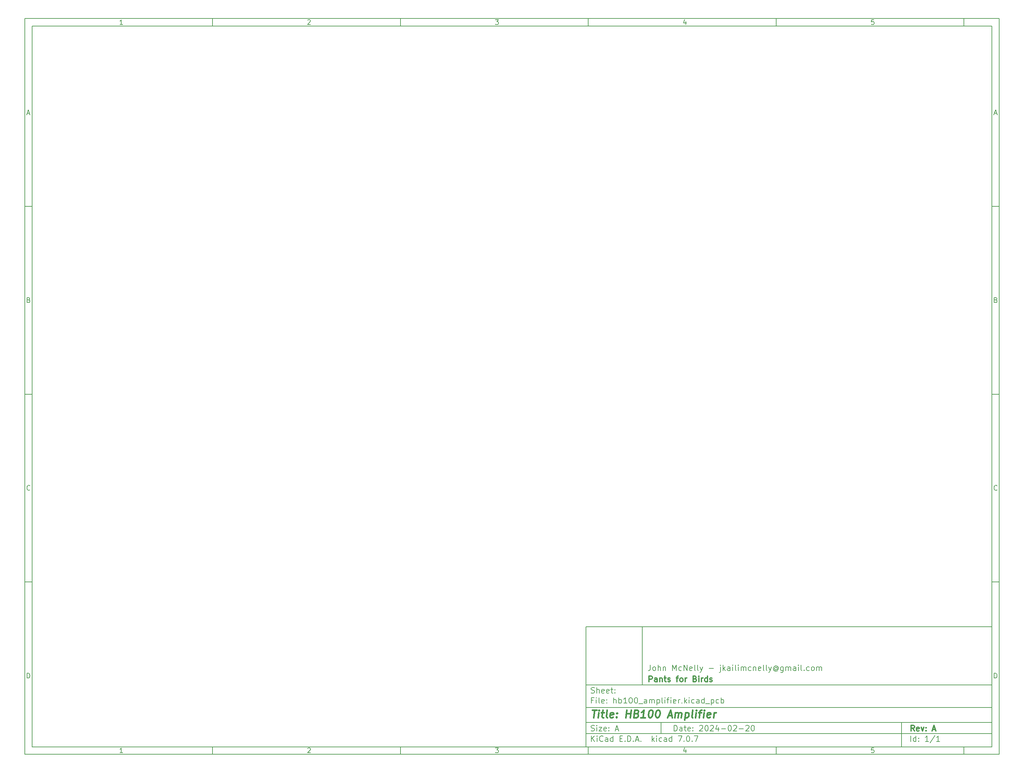
<source format=gbr>
%TF.GenerationSoftware,KiCad,Pcbnew,7.0.7*%
%TF.CreationDate,2024-02-20T22:27:51-08:00*%
%TF.ProjectId,hb100_amplifier,68623130-305f-4616-9d70-6c6966696572,A*%
%TF.SameCoordinates,PX42c1d80PY1c9c380*%
%TF.FileFunction,Paste,Bot*%
%TF.FilePolarity,Positive*%
%FSLAX46Y46*%
G04 Gerber Fmt 4.6, Leading zero omitted, Abs format (unit mm)*
G04 Created by KiCad (PCBNEW 7.0.7) date 2024-02-20 22:27:51*
%MOMM*%
%LPD*%
G01*
G04 APERTURE LIST*
%ADD10C,0.100000*%
%ADD11C,0.150000*%
%ADD12C,0.300000*%
%ADD13C,0.400000*%
G04 APERTURE END LIST*
D10*
D11*
X89400000Y-141900000D02*
X197400000Y-141900000D01*
X197400000Y-173900000D01*
X89400000Y-173900000D01*
X89400000Y-141900000D01*
D10*
D11*
X-60000000Y20000000D02*
X199400000Y20000000D01*
X199400000Y-175900000D01*
X-60000000Y-175900000D01*
X-60000000Y20000000D01*
D10*
D11*
X-58000000Y18000000D02*
X197400000Y18000000D01*
X197400000Y-173900000D01*
X-58000000Y-173900000D01*
X-58000000Y18000000D01*
D10*
D11*
X-10000000Y18000000D02*
X-10000000Y20000000D01*
D10*
D11*
X40000000Y18000000D02*
X40000000Y20000000D01*
D10*
D11*
X90000000Y18000000D02*
X90000000Y20000000D01*
D10*
D11*
X140000000Y18000000D02*
X140000000Y20000000D01*
D10*
D11*
X190000000Y18000000D02*
X190000000Y20000000D01*
D10*
D11*
X-33910840Y18406396D02*
X-34653697Y18406396D01*
X-34282269Y18406396D02*
X-34282269Y19706396D01*
X-34282269Y19706396D02*
X-34406078Y19520681D01*
X-34406078Y19520681D02*
X-34529888Y19396872D01*
X-34529888Y19396872D02*
X-34653697Y19334967D01*
D10*
D11*
X15346303Y19582586D02*
X15408207Y19644491D01*
X15408207Y19644491D02*
X15532017Y19706396D01*
X15532017Y19706396D02*
X15841541Y19706396D01*
X15841541Y19706396D02*
X15965350Y19644491D01*
X15965350Y19644491D02*
X16027255Y19582586D01*
X16027255Y19582586D02*
X16089160Y19458777D01*
X16089160Y19458777D02*
X16089160Y19334967D01*
X16089160Y19334967D02*
X16027255Y19149253D01*
X16027255Y19149253D02*
X15284398Y18406396D01*
X15284398Y18406396D02*
X16089160Y18406396D01*
D10*
D11*
X65284398Y19706396D02*
X66089160Y19706396D01*
X66089160Y19706396D02*
X65655826Y19211158D01*
X65655826Y19211158D02*
X65841541Y19211158D01*
X65841541Y19211158D02*
X65965350Y19149253D01*
X65965350Y19149253D02*
X66027255Y19087348D01*
X66027255Y19087348D02*
X66089160Y18963539D01*
X66089160Y18963539D02*
X66089160Y18654015D01*
X66089160Y18654015D02*
X66027255Y18530205D01*
X66027255Y18530205D02*
X65965350Y18468300D01*
X65965350Y18468300D02*
X65841541Y18406396D01*
X65841541Y18406396D02*
X65470112Y18406396D01*
X65470112Y18406396D02*
X65346303Y18468300D01*
X65346303Y18468300D02*
X65284398Y18530205D01*
D10*
D11*
X115965350Y19273062D02*
X115965350Y18406396D01*
X115655826Y19768300D02*
X115346303Y18839729D01*
X115346303Y18839729D02*
X116151064Y18839729D01*
D10*
D11*
X166027255Y19706396D02*
X165408207Y19706396D01*
X165408207Y19706396D02*
X165346303Y19087348D01*
X165346303Y19087348D02*
X165408207Y19149253D01*
X165408207Y19149253D02*
X165532017Y19211158D01*
X165532017Y19211158D02*
X165841541Y19211158D01*
X165841541Y19211158D02*
X165965350Y19149253D01*
X165965350Y19149253D02*
X166027255Y19087348D01*
X166027255Y19087348D02*
X166089160Y18963539D01*
X166089160Y18963539D02*
X166089160Y18654015D01*
X166089160Y18654015D02*
X166027255Y18530205D01*
X166027255Y18530205D02*
X165965350Y18468300D01*
X165965350Y18468300D02*
X165841541Y18406396D01*
X165841541Y18406396D02*
X165532017Y18406396D01*
X165532017Y18406396D02*
X165408207Y18468300D01*
X165408207Y18468300D02*
X165346303Y18530205D01*
D10*
D11*
X-10000000Y-173900000D02*
X-10000000Y-175900000D01*
D10*
D11*
X40000000Y-173900000D02*
X40000000Y-175900000D01*
D10*
D11*
X90000000Y-173900000D02*
X90000000Y-175900000D01*
D10*
D11*
X140000000Y-173900000D02*
X140000000Y-175900000D01*
D10*
D11*
X190000000Y-173900000D02*
X190000000Y-175900000D01*
D10*
D11*
X-33910840Y-175493604D02*
X-34653697Y-175493604D01*
X-34282269Y-175493604D02*
X-34282269Y-174193604D01*
X-34282269Y-174193604D02*
X-34406078Y-174379319D01*
X-34406078Y-174379319D02*
X-34529888Y-174503128D01*
X-34529888Y-174503128D02*
X-34653697Y-174565033D01*
D10*
D11*
X15346303Y-174317414D02*
X15408207Y-174255509D01*
X15408207Y-174255509D02*
X15532017Y-174193604D01*
X15532017Y-174193604D02*
X15841541Y-174193604D01*
X15841541Y-174193604D02*
X15965350Y-174255509D01*
X15965350Y-174255509D02*
X16027255Y-174317414D01*
X16027255Y-174317414D02*
X16089160Y-174441223D01*
X16089160Y-174441223D02*
X16089160Y-174565033D01*
X16089160Y-174565033D02*
X16027255Y-174750747D01*
X16027255Y-174750747D02*
X15284398Y-175493604D01*
X15284398Y-175493604D02*
X16089160Y-175493604D01*
D10*
D11*
X65284398Y-174193604D02*
X66089160Y-174193604D01*
X66089160Y-174193604D02*
X65655826Y-174688842D01*
X65655826Y-174688842D02*
X65841541Y-174688842D01*
X65841541Y-174688842D02*
X65965350Y-174750747D01*
X65965350Y-174750747D02*
X66027255Y-174812652D01*
X66027255Y-174812652D02*
X66089160Y-174936461D01*
X66089160Y-174936461D02*
X66089160Y-175245985D01*
X66089160Y-175245985D02*
X66027255Y-175369795D01*
X66027255Y-175369795D02*
X65965350Y-175431700D01*
X65965350Y-175431700D02*
X65841541Y-175493604D01*
X65841541Y-175493604D02*
X65470112Y-175493604D01*
X65470112Y-175493604D02*
X65346303Y-175431700D01*
X65346303Y-175431700D02*
X65284398Y-175369795D01*
D10*
D11*
X115965350Y-174626938D02*
X115965350Y-175493604D01*
X115655826Y-174131700D02*
X115346303Y-175060271D01*
X115346303Y-175060271D02*
X116151064Y-175060271D01*
D10*
D11*
X166027255Y-174193604D02*
X165408207Y-174193604D01*
X165408207Y-174193604D02*
X165346303Y-174812652D01*
X165346303Y-174812652D02*
X165408207Y-174750747D01*
X165408207Y-174750747D02*
X165532017Y-174688842D01*
X165532017Y-174688842D02*
X165841541Y-174688842D01*
X165841541Y-174688842D02*
X165965350Y-174750747D01*
X165965350Y-174750747D02*
X166027255Y-174812652D01*
X166027255Y-174812652D02*
X166089160Y-174936461D01*
X166089160Y-174936461D02*
X166089160Y-175245985D01*
X166089160Y-175245985D02*
X166027255Y-175369795D01*
X166027255Y-175369795D02*
X165965350Y-175431700D01*
X165965350Y-175431700D02*
X165841541Y-175493604D01*
X165841541Y-175493604D02*
X165532017Y-175493604D01*
X165532017Y-175493604D02*
X165408207Y-175431700D01*
X165408207Y-175431700D02*
X165346303Y-175369795D01*
D10*
D11*
X-60000000Y-30000000D02*
X-58000000Y-30000000D01*
D10*
D11*
X-60000000Y-80000000D02*
X-58000000Y-80000000D01*
D10*
D11*
X-60000000Y-130000000D02*
X-58000000Y-130000000D01*
D10*
D11*
X-59309524Y-5222176D02*
X-58690477Y-5222176D01*
X-59433334Y-5593604D02*
X-59000001Y-4293604D01*
X-59000001Y-4293604D02*
X-58566667Y-5593604D01*
D10*
D11*
X-58907143Y-54912652D02*
X-58721429Y-54974557D01*
X-58721429Y-54974557D02*
X-58659524Y-55036461D01*
X-58659524Y-55036461D02*
X-58597620Y-55160271D01*
X-58597620Y-55160271D02*
X-58597620Y-55345985D01*
X-58597620Y-55345985D02*
X-58659524Y-55469795D01*
X-58659524Y-55469795D02*
X-58721429Y-55531700D01*
X-58721429Y-55531700D02*
X-58845239Y-55593604D01*
X-58845239Y-55593604D02*
X-59340477Y-55593604D01*
X-59340477Y-55593604D02*
X-59340477Y-54293604D01*
X-59340477Y-54293604D02*
X-58907143Y-54293604D01*
X-58907143Y-54293604D02*
X-58783334Y-54355509D01*
X-58783334Y-54355509D02*
X-58721429Y-54417414D01*
X-58721429Y-54417414D02*
X-58659524Y-54541223D01*
X-58659524Y-54541223D02*
X-58659524Y-54665033D01*
X-58659524Y-54665033D02*
X-58721429Y-54788842D01*
X-58721429Y-54788842D02*
X-58783334Y-54850747D01*
X-58783334Y-54850747D02*
X-58907143Y-54912652D01*
X-58907143Y-54912652D02*
X-59340477Y-54912652D01*
D10*
D11*
X-58597620Y-105469795D02*
X-58659524Y-105531700D01*
X-58659524Y-105531700D02*
X-58845239Y-105593604D01*
X-58845239Y-105593604D02*
X-58969048Y-105593604D01*
X-58969048Y-105593604D02*
X-59154762Y-105531700D01*
X-59154762Y-105531700D02*
X-59278572Y-105407890D01*
X-59278572Y-105407890D02*
X-59340477Y-105284080D01*
X-59340477Y-105284080D02*
X-59402381Y-105036461D01*
X-59402381Y-105036461D02*
X-59402381Y-104850747D01*
X-59402381Y-104850747D02*
X-59340477Y-104603128D01*
X-59340477Y-104603128D02*
X-59278572Y-104479319D01*
X-59278572Y-104479319D02*
X-59154762Y-104355509D01*
X-59154762Y-104355509D02*
X-58969048Y-104293604D01*
X-58969048Y-104293604D02*
X-58845239Y-104293604D01*
X-58845239Y-104293604D02*
X-58659524Y-104355509D01*
X-58659524Y-104355509D02*
X-58597620Y-104417414D01*
D10*
D11*
X-59340477Y-155593604D02*
X-59340477Y-154293604D01*
X-59340477Y-154293604D02*
X-59030953Y-154293604D01*
X-59030953Y-154293604D02*
X-58845239Y-154355509D01*
X-58845239Y-154355509D02*
X-58721429Y-154479319D01*
X-58721429Y-154479319D02*
X-58659524Y-154603128D01*
X-58659524Y-154603128D02*
X-58597620Y-154850747D01*
X-58597620Y-154850747D02*
X-58597620Y-155036461D01*
X-58597620Y-155036461D02*
X-58659524Y-155284080D01*
X-58659524Y-155284080D02*
X-58721429Y-155407890D01*
X-58721429Y-155407890D02*
X-58845239Y-155531700D01*
X-58845239Y-155531700D02*
X-59030953Y-155593604D01*
X-59030953Y-155593604D02*
X-59340477Y-155593604D01*
D10*
D11*
X199400000Y-30000000D02*
X197400000Y-30000000D01*
D10*
D11*
X199400000Y-80000000D02*
X197400000Y-80000000D01*
D10*
D11*
X199400000Y-130000000D02*
X197400000Y-130000000D01*
D10*
D11*
X198090476Y-5222176D02*
X198709523Y-5222176D01*
X197966666Y-5593604D02*
X198399999Y-4293604D01*
X198399999Y-4293604D02*
X198833333Y-5593604D01*
D10*
D11*
X198492857Y-54912652D02*
X198678571Y-54974557D01*
X198678571Y-54974557D02*
X198740476Y-55036461D01*
X198740476Y-55036461D02*
X198802380Y-55160271D01*
X198802380Y-55160271D02*
X198802380Y-55345985D01*
X198802380Y-55345985D02*
X198740476Y-55469795D01*
X198740476Y-55469795D02*
X198678571Y-55531700D01*
X198678571Y-55531700D02*
X198554761Y-55593604D01*
X198554761Y-55593604D02*
X198059523Y-55593604D01*
X198059523Y-55593604D02*
X198059523Y-54293604D01*
X198059523Y-54293604D02*
X198492857Y-54293604D01*
X198492857Y-54293604D02*
X198616666Y-54355509D01*
X198616666Y-54355509D02*
X198678571Y-54417414D01*
X198678571Y-54417414D02*
X198740476Y-54541223D01*
X198740476Y-54541223D02*
X198740476Y-54665033D01*
X198740476Y-54665033D02*
X198678571Y-54788842D01*
X198678571Y-54788842D02*
X198616666Y-54850747D01*
X198616666Y-54850747D02*
X198492857Y-54912652D01*
X198492857Y-54912652D02*
X198059523Y-54912652D01*
D10*
D11*
X198802380Y-105469795D02*
X198740476Y-105531700D01*
X198740476Y-105531700D02*
X198554761Y-105593604D01*
X198554761Y-105593604D02*
X198430952Y-105593604D01*
X198430952Y-105593604D02*
X198245238Y-105531700D01*
X198245238Y-105531700D02*
X198121428Y-105407890D01*
X198121428Y-105407890D02*
X198059523Y-105284080D01*
X198059523Y-105284080D02*
X197997619Y-105036461D01*
X197997619Y-105036461D02*
X197997619Y-104850747D01*
X197997619Y-104850747D02*
X198059523Y-104603128D01*
X198059523Y-104603128D02*
X198121428Y-104479319D01*
X198121428Y-104479319D02*
X198245238Y-104355509D01*
X198245238Y-104355509D02*
X198430952Y-104293604D01*
X198430952Y-104293604D02*
X198554761Y-104293604D01*
X198554761Y-104293604D02*
X198740476Y-104355509D01*
X198740476Y-104355509D02*
X198802380Y-104417414D01*
D10*
D11*
X198059523Y-155593604D02*
X198059523Y-154293604D01*
X198059523Y-154293604D02*
X198369047Y-154293604D01*
X198369047Y-154293604D02*
X198554761Y-154355509D01*
X198554761Y-154355509D02*
X198678571Y-154479319D01*
X198678571Y-154479319D02*
X198740476Y-154603128D01*
X198740476Y-154603128D02*
X198802380Y-154850747D01*
X198802380Y-154850747D02*
X198802380Y-155036461D01*
X198802380Y-155036461D02*
X198740476Y-155284080D01*
X198740476Y-155284080D02*
X198678571Y-155407890D01*
X198678571Y-155407890D02*
X198554761Y-155531700D01*
X198554761Y-155531700D02*
X198369047Y-155593604D01*
X198369047Y-155593604D02*
X198059523Y-155593604D01*
D10*
D11*
X112855826Y-169686128D02*
X112855826Y-168186128D01*
X112855826Y-168186128D02*
X113212969Y-168186128D01*
X113212969Y-168186128D02*
X113427255Y-168257557D01*
X113427255Y-168257557D02*
X113570112Y-168400414D01*
X113570112Y-168400414D02*
X113641541Y-168543271D01*
X113641541Y-168543271D02*
X113712969Y-168828985D01*
X113712969Y-168828985D02*
X113712969Y-169043271D01*
X113712969Y-169043271D02*
X113641541Y-169328985D01*
X113641541Y-169328985D02*
X113570112Y-169471842D01*
X113570112Y-169471842D02*
X113427255Y-169614700D01*
X113427255Y-169614700D02*
X113212969Y-169686128D01*
X113212969Y-169686128D02*
X112855826Y-169686128D01*
X114998684Y-169686128D02*
X114998684Y-168900414D01*
X114998684Y-168900414D02*
X114927255Y-168757557D01*
X114927255Y-168757557D02*
X114784398Y-168686128D01*
X114784398Y-168686128D02*
X114498684Y-168686128D01*
X114498684Y-168686128D02*
X114355826Y-168757557D01*
X114998684Y-169614700D02*
X114855826Y-169686128D01*
X114855826Y-169686128D02*
X114498684Y-169686128D01*
X114498684Y-169686128D02*
X114355826Y-169614700D01*
X114355826Y-169614700D02*
X114284398Y-169471842D01*
X114284398Y-169471842D02*
X114284398Y-169328985D01*
X114284398Y-169328985D02*
X114355826Y-169186128D01*
X114355826Y-169186128D02*
X114498684Y-169114700D01*
X114498684Y-169114700D02*
X114855826Y-169114700D01*
X114855826Y-169114700D02*
X114998684Y-169043271D01*
X115498684Y-168686128D02*
X116070112Y-168686128D01*
X115712969Y-168186128D02*
X115712969Y-169471842D01*
X115712969Y-169471842D02*
X115784398Y-169614700D01*
X115784398Y-169614700D02*
X115927255Y-169686128D01*
X115927255Y-169686128D02*
X116070112Y-169686128D01*
X117141541Y-169614700D02*
X116998684Y-169686128D01*
X116998684Y-169686128D02*
X116712970Y-169686128D01*
X116712970Y-169686128D02*
X116570112Y-169614700D01*
X116570112Y-169614700D02*
X116498684Y-169471842D01*
X116498684Y-169471842D02*
X116498684Y-168900414D01*
X116498684Y-168900414D02*
X116570112Y-168757557D01*
X116570112Y-168757557D02*
X116712970Y-168686128D01*
X116712970Y-168686128D02*
X116998684Y-168686128D01*
X116998684Y-168686128D02*
X117141541Y-168757557D01*
X117141541Y-168757557D02*
X117212970Y-168900414D01*
X117212970Y-168900414D02*
X117212970Y-169043271D01*
X117212970Y-169043271D02*
X116498684Y-169186128D01*
X117855826Y-169543271D02*
X117927255Y-169614700D01*
X117927255Y-169614700D02*
X117855826Y-169686128D01*
X117855826Y-169686128D02*
X117784398Y-169614700D01*
X117784398Y-169614700D02*
X117855826Y-169543271D01*
X117855826Y-169543271D02*
X117855826Y-169686128D01*
X117855826Y-168757557D02*
X117927255Y-168828985D01*
X117927255Y-168828985D02*
X117855826Y-168900414D01*
X117855826Y-168900414D02*
X117784398Y-168828985D01*
X117784398Y-168828985D02*
X117855826Y-168757557D01*
X117855826Y-168757557D02*
X117855826Y-168900414D01*
X119641541Y-168328985D02*
X119712969Y-168257557D01*
X119712969Y-168257557D02*
X119855827Y-168186128D01*
X119855827Y-168186128D02*
X120212969Y-168186128D01*
X120212969Y-168186128D02*
X120355827Y-168257557D01*
X120355827Y-168257557D02*
X120427255Y-168328985D01*
X120427255Y-168328985D02*
X120498684Y-168471842D01*
X120498684Y-168471842D02*
X120498684Y-168614700D01*
X120498684Y-168614700D02*
X120427255Y-168828985D01*
X120427255Y-168828985D02*
X119570112Y-169686128D01*
X119570112Y-169686128D02*
X120498684Y-169686128D01*
X121427255Y-168186128D02*
X121570112Y-168186128D01*
X121570112Y-168186128D02*
X121712969Y-168257557D01*
X121712969Y-168257557D02*
X121784398Y-168328985D01*
X121784398Y-168328985D02*
X121855826Y-168471842D01*
X121855826Y-168471842D02*
X121927255Y-168757557D01*
X121927255Y-168757557D02*
X121927255Y-169114700D01*
X121927255Y-169114700D02*
X121855826Y-169400414D01*
X121855826Y-169400414D02*
X121784398Y-169543271D01*
X121784398Y-169543271D02*
X121712969Y-169614700D01*
X121712969Y-169614700D02*
X121570112Y-169686128D01*
X121570112Y-169686128D02*
X121427255Y-169686128D01*
X121427255Y-169686128D02*
X121284398Y-169614700D01*
X121284398Y-169614700D02*
X121212969Y-169543271D01*
X121212969Y-169543271D02*
X121141540Y-169400414D01*
X121141540Y-169400414D02*
X121070112Y-169114700D01*
X121070112Y-169114700D02*
X121070112Y-168757557D01*
X121070112Y-168757557D02*
X121141540Y-168471842D01*
X121141540Y-168471842D02*
X121212969Y-168328985D01*
X121212969Y-168328985D02*
X121284398Y-168257557D01*
X121284398Y-168257557D02*
X121427255Y-168186128D01*
X122498683Y-168328985D02*
X122570111Y-168257557D01*
X122570111Y-168257557D02*
X122712969Y-168186128D01*
X122712969Y-168186128D02*
X123070111Y-168186128D01*
X123070111Y-168186128D02*
X123212969Y-168257557D01*
X123212969Y-168257557D02*
X123284397Y-168328985D01*
X123284397Y-168328985D02*
X123355826Y-168471842D01*
X123355826Y-168471842D02*
X123355826Y-168614700D01*
X123355826Y-168614700D02*
X123284397Y-168828985D01*
X123284397Y-168828985D02*
X122427254Y-169686128D01*
X122427254Y-169686128D02*
X123355826Y-169686128D01*
X124641540Y-168686128D02*
X124641540Y-169686128D01*
X124284397Y-168114700D02*
X123927254Y-169186128D01*
X123927254Y-169186128D02*
X124855825Y-169186128D01*
X125427253Y-169114700D02*
X126570111Y-169114700D01*
X127570111Y-168186128D02*
X127712968Y-168186128D01*
X127712968Y-168186128D02*
X127855825Y-168257557D01*
X127855825Y-168257557D02*
X127927254Y-168328985D01*
X127927254Y-168328985D02*
X127998682Y-168471842D01*
X127998682Y-168471842D02*
X128070111Y-168757557D01*
X128070111Y-168757557D02*
X128070111Y-169114700D01*
X128070111Y-169114700D02*
X127998682Y-169400414D01*
X127998682Y-169400414D02*
X127927254Y-169543271D01*
X127927254Y-169543271D02*
X127855825Y-169614700D01*
X127855825Y-169614700D02*
X127712968Y-169686128D01*
X127712968Y-169686128D02*
X127570111Y-169686128D01*
X127570111Y-169686128D02*
X127427254Y-169614700D01*
X127427254Y-169614700D02*
X127355825Y-169543271D01*
X127355825Y-169543271D02*
X127284396Y-169400414D01*
X127284396Y-169400414D02*
X127212968Y-169114700D01*
X127212968Y-169114700D02*
X127212968Y-168757557D01*
X127212968Y-168757557D02*
X127284396Y-168471842D01*
X127284396Y-168471842D02*
X127355825Y-168328985D01*
X127355825Y-168328985D02*
X127427254Y-168257557D01*
X127427254Y-168257557D02*
X127570111Y-168186128D01*
X128641539Y-168328985D02*
X128712967Y-168257557D01*
X128712967Y-168257557D02*
X128855825Y-168186128D01*
X128855825Y-168186128D02*
X129212967Y-168186128D01*
X129212967Y-168186128D02*
X129355825Y-168257557D01*
X129355825Y-168257557D02*
X129427253Y-168328985D01*
X129427253Y-168328985D02*
X129498682Y-168471842D01*
X129498682Y-168471842D02*
X129498682Y-168614700D01*
X129498682Y-168614700D02*
X129427253Y-168828985D01*
X129427253Y-168828985D02*
X128570110Y-169686128D01*
X128570110Y-169686128D02*
X129498682Y-169686128D01*
X130141538Y-169114700D02*
X131284396Y-169114700D01*
X131927253Y-168328985D02*
X131998681Y-168257557D01*
X131998681Y-168257557D02*
X132141539Y-168186128D01*
X132141539Y-168186128D02*
X132498681Y-168186128D01*
X132498681Y-168186128D02*
X132641539Y-168257557D01*
X132641539Y-168257557D02*
X132712967Y-168328985D01*
X132712967Y-168328985D02*
X132784396Y-168471842D01*
X132784396Y-168471842D02*
X132784396Y-168614700D01*
X132784396Y-168614700D02*
X132712967Y-168828985D01*
X132712967Y-168828985D02*
X131855824Y-169686128D01*
X131855824Y-169686128D02*
X132784396Y-169686128D01*
X133712967Y-168186128D02*
X133855824Y-168186128D01*
X133855824Y-168186128D02*
X133998681Y-168257557D01*
X133998681Y-168257557D02*
X134070110Y-168328985D01*
X134070110Y-168328985D02*
X134141538Y-168471842D01*
X134141538Y-168471842D02*
X134212967Y-168757557D01*
X134212967Y-168757557D02*
X134212967Y-169114700D01*
X134212967Y-169114700D02*
X134141538Y-169400414D01*
X134141538Y-169400414D02*
X134070110Y-169543271D01*
X134070110Y-169543271D02*
X133998681Y-169614700D01*
X133998681Y-169614700D02*
X133855824Y-169686128D01*
X133855824Y-169686128D02*
X133712967Y-169686128D01*
X133712967Y-169686128D02*
X133570110Y-169614700D01*
X133570110Y-169614700D02*
X133498681Y-169543271D01*
X133498681Y-169543271D02*
X133427252Y-169400414D01*
X133427252Y-169400414D02*
X133355824Y-169114700D01*
X133355824Y-169114700D02*
X133355824Y-168757557D01*
X133355824Y-168757557D02*
X133427252Y-168471842D01*
X133427252Y-168471842D02*
X133498681Y-168328985D01*
X133498681Y-168328985D02*
X133570110Y-168257557D01*
X133570110Y-168257557D02*
X133712967Y-168186128D01*
D10*
D11*
X89400000Y-170400000D02*
X197400000Y-170400000D01*
D10*
D11*
X90855826Y-172486128D02*
X90855826Y-170986128D01*
X91712969Y-172486128D02*
X91070112Y-171628985D01*
X91712969Y-170986128D02*
X90855826Y-171843271D01*
X92355826Y-172486128D02*
X92355826Y-171486128D01*
X92355826Y-170986128D02*
X92284398Y-171057557D01*
X92284398Y-171057557D02*
X92355826Y-171128985D01*
X92355826Y-171128985D02*
X92427255Y-171057557D01*
X92427255Y-171057557D02*
X92355826Y-170986128D01*
X92355826Y-170986128D02*
X92355826Y-171128985D01*
X93927255Y-172343271D02*
X93855827Y-172414700D01*
X93855827Y-172414700D02*
X93641541Y-172486128D01*
X93641541Y-172486128D02*
X93498684Y-172486128D01*
X93498684Y-172486128D02*
X93284398Y-172414700D01*
X93284398Y-172414700D02*
X93141541Y-172271842D01*
X93141541Y-172271842D02*
X93070112Y-172128985D01*
X93070112Y-172128985D02*
X92998684Y-171843271D01*
X92998684Y-171843271D02*
X92998684Y-171628985D01*
X92998684Y-171628985D02*
X93070112Y-171343271D01*
X93070112Y-171343271D02*
X93141541Y-171200414D01*
X93141541Y-171200414D02*
X93284398Y-171057557D01*
X93284398Y-171057557D02*
X93498684Y-170986128D01*
X93498684Y-170986128D02*
X93641541Y-170986128D01*
X93641541Y-170986128D02*
X93855827Y-171057557D01*
X93855827Y-171057557D02*
X93927255Y-171128985D01*
X95212970Y-172486128D02*
X95212970Y-171700414D01*
X95212970Y-171700414D02*
X95141541Y-171557557D01*
X95141541Y-171557557D02*
X94998684Y-171486128D01*
X94998684Y-171486128D02*
X94712970Y-171486128D01*
X94712970Y-171486128D02*
X94570112Y-171557557D01*
X95212970Y-172414700D02*
X95070112Y-172486128D01*
X95070112Y-172486128D02*
X94712970Y-172486128D01*
X94712970Y-172486128D02*
X94570112Y-172414700D01*
X94570112Y-172414700D02*
X94498684Y-172271842D01*
X94498684Y-172271842D02*
X94498684Y-172128985D01*
X94498684Y-172128985D02*
X94570112Y-171986128D01*
X94570112Y-171986128D02*
X94712970Y-171914700D01*
X94712970Y-171914700D02*
X95070112Y-171914700D01*
X95070112Y-171914700D02*
X95212970Y-171843271D01*
X96570113Y-172486128D02*
X96570113Y-170986128D01*
X96570113Y-172414700D02*
X96427255Y-172486128D01*
X96427255Y-172486128D02*
X96141541Y-172486128D01*
X96141541Y-172486128D02*
X95998684Y-172414700D01*
X95998684Y-172414700D02*
X95927255Y-172343271D01*
X95927255Y-172343271D02*
X95855827Y-172200414D01*
X95855827Y-172200414D02*
X95855827Y-171771842D01*
X95855827Y-171771842D02*
X95927255Y-171628985D01*
X95927255Y-171628985D02*
X95998684Y-171557557D01*
X95998684Y-171557557D02*
X96141541Y-171486128D01*
X96141541Y-171486128D02*
X96427255Y-171486128D01*
X96427255Y-171486128D02*
X96570113Y-171557557D01*
X98427255Y-171700414D02*
X98927255Y-171700414D01*
X99141541Y-172486128D02*
X98427255Y-172486128D01*
X98427255Y-172486128D02*
X98427255Y-170986128D01*
X98427255Y-170986128D02*
X99141541Y-170986128D01*
X99784398Y-172343271D02*
X99855827Y-172414700D01*
X99855827Y-172414700D02*
X99784398Y-172486128D01*
X99784398Y-172486128D02*
X99712970Y-172414700D01*
X99712970Y-172414700D02*
X99784398Y-172343271D01*
X99784398Y-172343271D02*
X99784398Y-172486128D01*
X100498684Y-172486128D02*
X100498684Y-170986128D01*
X100498684Y-170986128D02*
X100855827Y-170986128D01*
X100855827Y-170986128D02*
X101070113Y-171057557D01*
X101070113Y-171057557D02*
X101212970Y-171200414D01*
X101212970Y-171200414D02*
X101284399Y-171343271D01*
X101284399Y-171343271D02*
X101355827Y-171628985D01*
X101355827Y-171628985D02*
X101355827Y-171843271D01*
X101355827Y-171843271D02*
X101284399Y-172128985D01*
X101284399Y-172128985D02*
X101212970Y-172271842D01*
X101212970Y-172271842D02*
X101070113Y-172414700D01*
X101070113Y-172414700D02*
X100855827Y-172486128D01*
X100855827Y-172486128D02*
X100498684Y-172486128D01*
X101998684Y-172343271D02*
X102070113Y-172414700D01*
X102070113Y-172414700D02*
X101998684Y-172486128D01*
X101998684Y-172486128D02*
X101927256Y-172414700D01*
X101927256Y-172414700D02*
X101998684Y-172343271D01*
X101998684Y-172343271D02*
X101998684Y-172486128D01*
X102641542Y-172057557D02*
X103355828Y-172057557D01*
X102498685Y-172486128D02*
X102998685Y-170986128D01*
X102998685Y-170986128D02*
X103498685Y-172486128D01*
X103998684Y-172343271D02*
X104070113Y-172414700D01*
X104070113Y-172414700D02*
X103998684Y-172486128D01*
X103998684Y-172486128D02*
X103927256Y-172414700D01*
X103927256Y-172414700D02*
X103998684Y-172343271D01*
X103998684Y-172343271D02*
X103998684Y-172486128D01*
X106998684Y-172486128D02*
X106998684Y-170986128D01*
X107141542Y-171914700D02*
X107570113Y-172486128D01*
X107570113Y-171486128D02*
X106998684Y-172057557D01*
X108212970Y-172486128D02*
X108212970Y-171486128D01*
X108212970Y-170986128D02*
X108141542Y-171057557D01*
X108141542Y-171057557D02*
X108212970Y-171128985D01*
X108212970Y-171128985D02*
X108284399Y-171057557D01*
X108284399Y-171057557D02*
X108212970Y-170986128D01*
X108212970Y-170986128D02*
X108212970Y-171128985D01*
X109570114Y-172414700D02*
X109427256Y-172486128D01*
X109427256Y-172486128D02*
X109141542Y-172486128D01*
X109141542Y-172486128D02*
X108998685Y-172414700D01*
X108998685Y-172414700D02*
X108927256Y-172343271D01*
X108927256Y-172343271D02*
X108855828Y-172200414D01*
X108855828Y-172200414D02*
X108855828Y-171771842D01*
X108855828Y-171771842D02*
X108927256Y-171628985D01*
X108927256Y-171628985D02*
X108998685Y-171557557D01*
X108998685Y-171557557D02*
X109141542Y-171486128D01*
X109141542Y-171486128D02*
X109427256Y-171486128D01*
X109427256Y-171486128D02*
X109570114Y-171557557D01*
X110855828Y-172486128D02*
X110855828Y-171700414D01*
X110855828Y-171700414D02*
X110784399Y-171557557D01*
X110784399Y-171557557D02*
X110641542Y-171486128D01*
X110641542Y-171486128D02*
X110355828Y-171486128D01*
X110355828Y-171486128D02*
X110212970Y-171557557D01*
X110855828Y-172414700D02*
X110712970Y-172486128D01*
X110712970Y-172486128D02*
X110355828Y-172486128D01*
X110355828Y-172486128D02*
X110212970Y-172414700D01*
X110212970Y-172414700D02*
X110141542Y-172271842D01*
X110141542Y-172271842D02*
X110141542Y-172128985D01*
X110141542Y-172128985D02*
X110212970Y-171986128D01*
X110212970Y-171986128D02*
X110355828Y-171914700D01*
X110355828Y-171914700D02*
X110712970Y-171914700D01*
X110712970Y-171914700D02*
X110855828Y-171843271D01*
X112212971Y-172486128D02*
X112212971Y-170986128D01*
X112212971Y-172414700D02*
X112070113Y-172486128D01*
X112070113Y-172486128D02*
X111784399Y-172486128D01*
X111784399Y-172486128D02*
X111641542Y-172414700D01*
X111641542Y-172414700D02*
X111570113Y-172343271D01*
X111570113Y-172343271D02*
X111498685Y-172200414D01*
X111498685Y-172200414D02*
X111498685Y-171771842D01*
X111498685Y-171771842D02*
X111570113Y-171628985D01*
X111570113Y-171628985D02*
X111641542Y-171557557D01*
X111641542Y-171557557D02*
X111784399Y-171486128D01*
X111784399Y-171486128D02*
X112070113Y-171486128D01*
X112070113Y-171486128D02*
X112212971Y-171557557D01*
X113927256Y-170986128D02*
X114927256Y-170986128D01*
X114927256Y-170986128D02*
X114284399Y-172486128D01*
X115498684Y-172343271D02*
X115570113Y-172414700D01*
X115570113Y-172414700D02*
X115498684Y-172486128D01*
X115498684Y-172486128D02*
X115427256Y-172414700D01*
X115427256Y-172414700D02*
X115498684Y-172343271D01*
X115498684Y-172343271D02*
X115498684Y-172486128D01*
X116498685Y-170986128D02*
X116641542Y-170986128D01*
X116641542Y-170986128D02*
X116784399Y-171057557D01*
X116784399Y-171057557D02*
X116855828Y-171128985D01*
X116855828Y-171128985D02*
X116927256Y-171271842D01*
X116927256Y-171271842D02*
X116998685Y-171557557D01*
X116998685Y-171557557D02*
X116998685Y-171914700D01*
X116998685Y-171914700D02*
X116927256Y-172200414D01*
X116927256Y-172200414D02*
X116855828Y-172343271D01*
X116855828Y-172343271D02*
X116784399Y-172414700D01*
X116784399Y-172414700D02*
X116641542Y-172486128D01*
X116641542Y-172486128D02*
X116498685Y-172486128D01*
X116498685Y-172486128D02*
X116355828Y-172414700D01*
X116355828Y-172414700D02*
X116284399Y-172343271D01*
X116284399Y-172343271D02*
X116212970Y-172200414D01*
X116212970Y-172200414D02*
X116141542Y-171914700D01*
X116141542Y-171914700D02*
X116141542Y-171557557D01*
X116141542Y-171557557D02*
X116212970Y-171271842D01*
X116212970Y-171271842D02*
X116284399Y-171128985D01*
X116284399Y-171128985D02*
X116355828Y-171057557D01*
X116355828Y-171057557D02*
X116498685Y-170986128D01*
X117641541Y-172343271D02*
X117712970Y-172414700D01*
X117712970Y-172414700D02*
X117641541Y-172486128D01*
X117641541Y-172486128D02*
X117570113Y-172414700D01*
X117570113Y-172414700D02*
X117641541Y-172343271D01*
X117641541Y-172343271D02*
X117641541Y-172486128D01*
X118212970Y-170986128D02*
X119212970Y-170986128D01*
X119212970Y-170986128D02*
X118570113Y-172486128D01*
D10*
D11*
X89400000Y-167400000D02*
X197400000Y-167400000D01*
D10*
D12*
X176811653Y-169678328D02*
X176311653Y-168964042D01*
X175954510Y-169678328D02*
X175954510Y-168178328D01*
X175954510Y-168178328D02*
X176525939Y-168178328D01*
X176525939Y-168178328D02*
X176668796Y-168249757D01*
X176668796Y-168249757D02*
X176740225Y-168321185D01*
X176740225Y-168321185D02*
X176811653Y-168464042D01*
X176811653Y-168464042D02*
X176811653Y-168678328D01*
X176811653Y-168678328D02*
X176740225Y-168821185D01*
X176740225Y-168821185D02*
X176668796Y-168892614D01*
X176668796Y-168892614D02*
X176525939Y-168964042D01*
X176525939Y-168964042D02*
X175954510Y-168964042D01*
X178025939Y-169606900D02*
X177883082Y-169678328D01*
X177883082Y-169678328D02*
X177597368Y-169678328D01*
X177597368Y-169678328D02*
X177454510Y-169606900D01*
X177454510Y-169606900D02*
X177383082Y-169464042D01*
X177383082Y-169464042D02*
X177383082Y-168892614D01*
X177383082Y-168892614D02*
X177454510Y-168749757D01*
X177454510Y-168749757D02*
X177597368Y-168678328D01*
X177597368Y-168678328D02*
X177883082Y-168678328D01*
X177883082Y-168678328D02*
X178025939Y-168749757D01*
X178025939Y-168749757D02*
X178097368Y-168892614D01*
X178097368Y-168892614D02*
X178097368Y-169035471D01*
X178097368Y-169035471D02*
X177383082Y-169178328D01*
X178597367Y-168678328D02*
X178954510Y-169678328D01*
X178954510Y-169678328D02*
X179311653Y-168678328D01*
X179883081Y-169535471D02*
X179954510Y-169606900D01*
X179954510Y-169606900D02*
X179883081Y-169678328D01*
X179883081Y-169678328D02*
X179811653Y-169606900D01*
X179811653Y-169606900D02*
X179883081Y-169535471D01*
X179883081Y-169535471D02*
X179883081Y-169678328D01*
X179883081Y-168749757D02*
X179954510Y-168821185D01*
X179954510Y-168821185D02*
X179883081Y-168892614D01*
X179883081Y-168892614D02*
X179811653Y-168821185D01*
X179811653Y-168821185D02*
X179883081Y-168749757D01*
X179883081Y-168749757D02*
X179883081Y-168892614D01*
X181668796Y-169249757D02*
X182383082Y-169249757D01*
X181525939Y-169678328D02*
X182025939Y-168178328D01*
X182025939Y-168178328D02*
X182525939Y-169678328D01*
D10*
D11*
X90784398Y-169614700D02*
X90998684Y-169686128D01*
X90998684Y-169686128D02*
X91355826Y-169686128D01*
X91355826Y-169686128D02*
X91498684Y-169614700D01*
X91498684Y-169614700D02*
X91570112Y-169543271D01*
X91570112Y-169543271D02*
X91641541Y-169400414D01*
X91641541Y-169400414D02*
X91641541Y-169257557D01*
X91641541Y-169257557D02*
X91570112Y-169114700D01*
X91570112Y-169114700D02*
X91498684Y-169043271D01*
X91498684Y-169043271D02*
X91355826Y-168971842D01*
X91355826Y-168971842D02*
X91070112Y-168900414D01*
X91070112Y-168900414D02*
X90927255Y-168828985D01*
X90927255Y-168828985D02*
X90855826Y-168757557D01*
X90855826Y-168757557D02*
X90784398Y-168614700D01*
X90784398Y-168614700D02*
X90784398Y-168471842D01*
X90784398Y-168471842D02*
X90855826Y-168328985D01*
X90855826Y-168328985D02*
X90927255Y-168257557D01*
X90927255Y-168257557D02*
X91070112Y-168186128D01*
X91070112Y-168186128D02*
X91427255Y-168186128D01*
X91427255Y-168186128D02*
X91641541Y-168257557D01*
X92284397Y-169686128D02*
X92284397Y-168686128D01*
X92284397Y-168186128D02*
X92212969Y-168257557D01*
X92212969Y-168257557D02*
X92284397Y-168328985D01*
X92284397Y-168328985D02*
X92355826Y-168257557D01*
X92355826Y-168257557D02*
X92284397Y-168186128D01*
X92284397Y-168186128D02*
X92284397Y-168328985D01*
X92855826Y-168686128D02*
X93641541Y-168686128D01*
X93641541Y-168686128D02*
X92855826Y-169686128D01*
X92855826Y-169686128D02*
X93641541Y-169686128D01*
X94784398Y-169614700D02*
X94641541Y-169686128D01*
X94641541Y-169686128D02*
X94355827Y-169686128D01*
X94355827Y-169686128D02*
X94212969Y-169614700D01*
X94212969Y-169614700D02*
X94141541Y-169471842D01*
X94141541Y-169471842D02*
X94141541Y-168900414D01*
X94141541Y-168900414D02*
X94212969Y-168757557D01*
X94212969Y-168757557D02*
X94355827Y-168686128D01*
X94355827Y-168686128D02*
X94641541Y-168686128D01*
X94641541Y-168686128D02*
X94784398Y-168757557D01*
X94784398Y-168757557D02*
X94855827Y-168900414D01*
X94855827Y-168900414D02*
X94855827Y-169043271D01*
X94855827Y-169043271D02*
X94141541Y-169186128D01*
X95498683Y-169543271D02*
X95570112Y-169614700D01*
X95570112Y-169614700D02*
X95498683Y-169686128D01*
X95498683Y-169686128D02*
X95427255Y-169614700D01*
X95427255Y-169614700D02*
X95498683Y-169543271D01*
X95498683Y-169543271D02*
X95498683Y-169686128D01*
X95498683Y-168757557D02*
X95570112Y-168828985D01*
X95570112Y-168828985D02*
X95498683Y-168900414D01*
X95498683Y-168900414D02*
X95427255Y-168828985D01*
X95427255Y-168828985D02*
X95498683Y-168757557D01*
X95498683Y-168757557D02*
X95498683Y-168900414D01*
X97284398Y-169257557D02*
X97998684Y-169257557D01*
X97141541Y-169686128D02*
X97641541Y-168186128D01*
X97641541Y-168186128D02*
X98141541Y-169686128D01*
D10*
D11*
X175855826Y-172486128D02*
X175855826Y-170986128D01*
X177212970Y-172486128D02*
X177212970Y-170986128D01*
X177212970Y-172414700D02*
X177070112Y-172486128D01*
X177070112Y-172486128D02*
X176784398Y-172486128D01*
X176784398Y-172486128D02*
X176641541Y-172414700D01*
X176641541Y-172414700D02*
X176570112Y-172343271D01*
X176570112Y-172343271D02*
X176498684Y-172200414D01*
X176498684Y-172200414D02*
X176498684Y-171771842D01*
X176498684Y-171771842D02*
X176570112Y-171628985D01*
X176570112Y-171628985D02*
X176641541Y-171557557D01*
X176641541Y-171557557D02*
X176784398Y-171486128D01*
X176784398Y-171486128D02*
X177070112Y-171486128D01*
X177070112Y-171486128D02*
X177212970Y-171557557D01*
X177927255Y-172343271D02*
X177998684Y-172414700D01*
X177998684Y-172414700D02*
X177927255Y-172486128D01*
X177927255Y-172486128D02*
X177855827Y-172414700D01*
X177855827Y-172414700D02*
X177927255Y-172343271D01*
X177927255Y-172343271D02*
X177927255Y-172486128D01*
X177927255Y-171557557D02*
X177998684Y-171628985D01*
X177998684Y-171628985D02*
X177927255Y-171700414D01*
X177927255Y-171700414D02*
X177855827Y-171628985D01*
X177855827Y-171628985D02*
X177927255Y-171557557D01*
X177927255Y-171557557D02*
X177927255Y-171700414D01*
X180570113Y-172486128D02*
X179712970Y-172486128D01*
X180141541Y-172486128D02*
X180141541Y-170986128D01*
X180141541Y-170986128D02*
X179998684Y-171200414D01*
X179998684Y-171200414D02*
X179855827Y-171343271D01*
X179855827Y-171343271D02*
X179712970Y-171414700D01*
X182284398Y-170914700D02*
X180998684Y-172843271D01*
X183570113Y-172486128D02*
X182712970Y-172486128D01*
X183141541Y-172486128D02*
X183141541Y-170986128D01*
X183141541Y-170986128D02*
X182998684Y-171200414D01*
X182998684Y-171200414D02*
X182855827Y-171343271D01*
X182855827Y-171343271D02*
X182712970Y-171414700D01*
D10*
D11*
X89400000Y-163400000D02*
X197400000Y-163400000D01*
D10*
D13*
X91091728Y-164104438D02*
X92234585Y-164104438D01*
X91413157Y-166104438D02*
X91663157Y-164104438D01*
X92651252Y-166104438D02*
X92817919Y-164771104D01*
X92901252Y-164104438D02*
X92794109Y-164199676D01*
X92794109Y-164199676D02*
X92877443Y-164294914D01*
X92877443Y-164294914D02*
X92984586Y-164199676D01*
X92984586Y-164199676D02*
X92901252Y-164104438D01*
X92901252Y-164104438D02*
X92877443Y-164294914D01*
X93484586Y-164771104D02*
X94246490Y-164771104D01*
X93853633Y-164104438D02*
X93639348Y-165818723D01*
X93639348Y-165818723D02*
X93710776Y-166009200D01*
X93710776Y-166009200D02*
X93889348Y-166104438D01*
X93889348Y-166104438D02*
X94079824Y-166104438D01*
X95032205Y-166104438D02*
X94853633Y-166009200D01*
X94853633Y-166009200D02*
X94782205Y-165818723D01*
X94782205Y-165818723D02*
X94996490Y-164104438D01*
X96567919Y-166009200D02*
X96365538Y-166104438D01*
X96365538Y-166104438D02*
X95984585Y-166104438D01*
X95984585Y-166104438D02*
X95806014Y-166009200D01*
X95806014Y-166009200D02*
X95734585Y-165818723D01*
X95734585Y-165818723D02*
X95829824Y-165056819D01*
X95829824Y-165056819D02*
X95948871Y-164866342D01*
X95948871Y-164866342D02*
X96151252Y-164771104D01*
X96151252Y-164771104D02*
X96532204Y-164771104D01*
X96532204Y-164771104D02*
X96710776Y-164866342D01*
X96710776Y-164866342D02*
X96782204Y-165056819D01*
X96782204Y-165056819D02*
X96758395Y-165247295D01*
X96758395Y-165247295D02*
X95782204Y-165437771D01*
X97532205Y-165913961D02*
X97615538Y-166009200D01*
X97615538Y-166009200D02*
X97508395Y-166104438D01*
X97508395Y-166104438D02*
X97425062Y-166009200D01*
X97425062Y-166009200D02*
X97532205Y-165913961D01*
X97532205Y-165913961D02*
X97508395Y-166104438D01*
X97663157Y-164866342D02*
X97746490Y-164961580D01*
X97746490Y-164961580D02*
X97639348Y-165056819D01*
X97639348Y-165056819D02*
X97556014Y-164961580D01*
X97556014Y-164961580D02*
X97663157Y-164866342D01*
X97663157Y-164866342D02*
X97639348Y-165056819D01*
X99984586Y-166104438D02*
X100234586Y-164104438D01*
X100115539Y-165056819D02*
X101258396Y-165056819D01*
X101127443Y-166104438D02*
X101377443Y-164104438D01*
X102877443Y-165056819D02*
X103151253Y-165152057D01*
X103151253Y-165152057D02*
X103234586Y-165247295D01*
X103234586Y-165247295D02*
X103306015Y-165437771D01*
X103306015Y-165437771D02*
X103270300Y-165723485D01*
X103270300Y-165723485D02*
X103151253Y-165913961D01*
X103151253Y-165913961D02*
X103044110Y-166009200D01*
X103044110Y-166009200D02*
X102841729Y-166104438D01*
X102841729Y-166104438D02*
X102079824Y-166104438D01*
X102079824Y-166104438D02*
X102329824Y-164104438D01*
X102329824Y-164104438D02*
X102996491Y-164104438D01*
X102996491Y-164104438D02*
X103175062Y-164199676D01*
X103175062Y-164199676D02*
X103258396Y-164294914D01*
X103258396Y-164294914D02*
X103329824Y-164485390D01*
X103329824Y-164485390D02*
X103306015Y-164675866D01*
X103306015Y-164675866D02*
X103186967Y-164866342D01*
X103186967Y-164866342D02*
X103079824Y-164961580D01*
X103079824Y-164961580D02*
X102877443Y-165056819D01*
X102877443Y-165056819D02*
X102210777Y-165056819D01*
X105127443Y-166104438D02*
X103984586Y-166104438D01*
X104556015Y-166104438D02*
X104806015Y-164104438D01*
X104806015Y-164104438D02*
X104579824Y-164390152D01*
X104579824Y-164390152D02*
X104365539Y-164580628D01*
X104365539Y-164580628D02*
X104163158Y-164675866D01*
X106615539Y-164104438D02*
X106806015Y-164104438D01*
X106806015Y-164104438D02*
X106984586Y-164199676D01*
X106984586Y-164199676D02*
X107067920Y-164294914D01*
X107067920Y-164294914D02*
X107139348Y-164485390D01*
X107139348Y-164485390D02*
X107186967Y-164866342D01*
X107186967Y-164866342D02*
X107127443Y-165342533D01*
X107127443Y-165342533D02*
X106984586Y-165723485D01*
X106984586Y-165723485D02*
X106865539Y-165913961D01*
X106865539Y-165913961D02*
X106758396Y-166009200D01*
X106758396Y-166009200D02*
X106556015Y-166104438D01*
X106556015Y-166104438D02*
X106365539Y-166104438D01*
X106365539Y-166104438D02*
X106186967Y-166009200D01*
X106186967Y-166009200D02*
X106103634Y-165913961D01*
X106103634Y-165913961D02*
X106032205Y-165723485D01*
X106032205Y-165723485D02*
X105984586Y-165342533D01*
X105984586Y-165342533D02*
X106044110Y-164866342D01*
X106044110Y-164866342D02*
X106186967Y-164485390D01*
X106186967Y-164485390D02*
X106306015Y-164294914D01*
X106306015Y-164294914D02*
X106413158Y-164199676D01*
X106413158Y-164199676D02*
X106615539Y-164104438D01*
X108520301Y-164104438D02*
X108710777Y-164104438D01*
X108710777Y-164104438D02*
X108889348Y-164199676D01*
X108889348Y-164199676D02*
X108972682Y-164294914D01*
X108972682Y-164294914D02*
X109044110Y-164485390D01*
X109044110Y-164485390D02*
X109091729Y-164866342D01*
X109091729Y-164866342D02*
X109032205Y-165342533D01*
X109032205Y-165342533D02*
X108889348Y-165723485D01*
X108889348Y-165723485D02*
X108770301Y-165913961D01*
X108770301Y-165913961D02*
X108663158Y-166009200D01*
X108663158Y-166009200D02*
X108460777Y-166104438D01*
X108460777Y-166104438D02*
X108270301Y-166104438D01*
X108270301Y-166104438D02*
X108091729Y-166009200D01*
X108091729Y-166009200D02*
X108008396Y-165913961D01*
X108008396Y-165913961D02*
X107936967Y-165723485D01*
X107936967Y-165723485D02*
X107889348Y-165342533D01*
X107889348Y-165342533D02*
X107948872Y-164866342D01*
X107948872Y-164866342D02*
X108091729Y-164485390D01*
X108091729Y-164485390D02*
X108210777Y-164294914D01*
X108210777Y-164294914D02*
X108317920Y-164199676D01*
X108317920Y-164199676D02*
X108520301Y-164104438D01*
X111294111Y-165533009D02*
X112246492Y-165533009D01*
X111032206Y-166104438D02*
X111948873Y-164104438D01*
X111948873Y-164104438D02*
X112365539Y-166104438D01*
X113032206Y-166104438D02*
X113198873Y-164771104D01*
X113175063Y-164961580D02*
X113282206Y-164866342D01*
X113282206Y-164866342D02*
X113484587Y-164771104D01*
X113484587Y-164771104D02*
X113770301Y-164771104D01*
X113770301Y-164771104D02*
X113948873Y-164866342D01*
X113948873Y-164866342D02*
X114020301Y-165056819D01*
X114020301Y-165056819D02*
X113889349Y-166104438D01*
X114020301Y-165056819D02*
X114139349Y-164866342D01*
X114139349Y-164866342D02*
X114341730Y-164771104D01*
X114341730Y-164771104D02*
X114627444Y-164771104D01*
X114627444Y-164771104D02*
X114806016Y-164866342D01*
X114806016Y-164866342D02*
X114877444Y-165056819D01*
X114877444Y-165056819D02*
X114746492Y-166104438D01*
X115865540Y-164771104D02*
X115615540Y-166771104D01*
X115853635Y-164866342D02*
X116056016Y-164771104D01*
X116056016Y-164771104D02*
X116436968Y-164771104D01*
X116436968Y-164771104D02*
X116615540Y-164866342D01*
X116615540Y-164866342D02*
X116698873Y-164961580D01*
X116698873Y-164961580D02*
X116770302Y-165152057D01*
X116770302Y-165152057D02*
X116698873Y-165723485D01*
X116698873Y-165723485D02*
X116579826Y-165913961D01*
X116579826Y-165913961D02*
X116472683Y-166009200D01*
X116472683Y-166009200D02*
X116270302Y-166104438D01*
X116270302Y-166104438D02*
X115889349Y-166104438D01*
X115889349Y-166104438D02*
X115710778Y-166009200D01*
X117794112Y-166104438D02*
X117615540Y-166009200D01*
X117615540Y-166009200D02*
X117544112Y-165818723D01*
X117544112Y-165818723D02*
X117758397Y-164104438D01*
X118556016Y-166104438D02*
X118722683Y-164771104D01*
X118806016Y-164104438D02*
X118698873Y-164199676D01*
X118698873Y-164199676D02*
X118782207Y-164294914D01*
X118782207Y-164294914D02*
X118889350Y-164199676D01*
X118889350Y-164199676D02*
X118806016Y-164104438D01*
X118806016Y-164104438D02*
X118782207Y-164294914D01*
X119389350Y-164771104D02*
X120151254Y-164771104D01*
X119508397Y-166104438D02*
X119722683Y-164390152D01*
X119722683Y-164390152D02*
X119841731Y-164199676D01*
X119841731Y-164199676D02*
X120044112Y-164104438D01*
X120044112Y-164104438D02*
X120234588Y-164104438D01*
X120651254Y-166104438D02*
X120817921Y-164771104D01*
X120901254Y-164104438D02*
X120794111Y-164199676D01*
X120794111Y-164199676D02*
X120877445Y-164294914D01*
X120877445Y-164294914D02*
X120984588Y-164199676D01*
X120984588Y-164199676D02*
X120901254Y-164104438D01*
X120901254Y-164104438D02*
X120877445Y-164294914D01*
X122377445Y-166009200D02*
X122175064Y-166104438D01*
X122175064Y-166104438D02*
X121794111Y-166104438D01*
X121794111Y-166104438D02*
X121615540Y-166009200D01*
X121615540Y-166009200D02*
X121544111Y-165818723D01*
X121544111Y-165818723D02*
X121639350Y-165056819D01*
X121639350Y-165056819D02*
X121758397Y-164866342D01*
X121758397Y-164866342D02*
X121960778Y-164771104D01*
X121960778Y-164771104D02*
X122341730Y-164771104D01*
X122341730Y-164771104D02*
X122520302Y-164866342D01*
X122520302Y-164866342D02*
X122591730Y-165056819D01*
X122591730Y-165056819D02*
X122567921Y-165247295D01*
X122567921Y-165247295D02*
X121591730Y-165437771D01*
X123317921Y-166104438D02*
X123484588Y-164771104D01*
X123436969Y-165152057D02*
X123556016Y-164961580D01*
X123556016Y-164961580D02*
X123663159Y-164866342D01*
X123663159Y-164866342D02*
X123865540Y-164771104D01*
X123865540Y-164771104D02*
X124056016Y-164771104D01*
D10*
D11*
X91355826Y-161500414D02*
X90855826Y-161500414D01*
X90855826Y-162286128D02*
X90855826Y-160786128D01*
X90855826Y-160786128D02*
X91570112Y-160786128D01*
X92141540Y-162286128D02*
X92141540Y-161286128D01*
X92141540Y-160786128D02*
X92070112Y-160857557D01*
X92070112Y-160857557D02*
X92141540Y-160928985D01*
X92141540Y-160928985D02*
X92212969Y-160857557D01*
X92212969Y-160857557D02*
X92141540Y-160786128D01*
X92141540Y-160786128D02*
X92141540Y-160928985D01*
X93070112Y-162286128D02*
X92927255Y-162214700D01*
X92927255Y-162214700D02*
X92855826Y-162071842D01*
X92855826Y-162071842D02*
X92855826Y-160786128D01*
X94212969Y-162214700D02*
X94070112Y-162286128D01*
X94070112Y-162286128D02*
X93784398Y-162286128D01*
X93784398Y-162286128D02*
X93641540Y-162214700D01*
X93641540Y-162214700D02*
X93570112Y-162071842D01*
X93570112Y-162071842D02*
X93570112Y-161500414D01*
X93570112Y-161500414D02*
X93641540Y-161357557D01*
X93641540Y-161357557D02*
X93784398Y-161286128D01*
X93784398Y-161286128D02*
X94070112Y-161286128D01*
X94070112Y-161286128D02*
X94212969Y-161357557D01*
X94212969Y-161357557D02*
X94284398Y-161500414D01*
X94284398Y-161500414D02*
X94284398Y-161643271D01*
X94284398Y-161643271D02*
X93570112Y-161786128D01*
X94927254Y-162143271D02*
X94998683Y-162214700D01*
X94998683Y-162214700D02*
X94927254Y-162286128D01*
X94927254Y-162286128D02*
X94855826Y-162214700D01*
X94855826Y-162214700D02*
X94927254Y-162143271D01*
X94927254Y-162143271D02*
X94927254Y-162286128D01*
X94927254Y-161357557D02*
X94998683Y-161428985D01*
X94998683Y-161428985D02*
X94927254Y-161500414D01*
X94927254Y-161500414D02*
X94855826Y-161428985D01*
X94855826Y-161428985D02*
X94927254Y-161357557D01*
X94927254Y-161357557D02*
X94927254Y-161500414D01*
X96784397Y-162286128D02*
X96784397Y-160786128D01*
X97427255Y-162286128D02*
X97427255Y-161500414D01*
X97427255Y-161500414D02*
X97355826Y-161357557D01*
X97355826Y-161357557D02*
X97212969Y-161286128D01*
X97212969Y-161286128D02*
X96998683Y-161286128D01*
X96998683Y-161286128D02*
X96855826Y-161357557D01*
X96855826Y-161357557D02*
X96784397Y-161428985D01*
X98141540Y-162286128D02*
X98141540Y-160786128D01*
X98141540Y-161357557D02*
X98284398Y-161286128D01*
X98284398Y-161286128D02*
X98570112Y-161286128D01*
X98570112Y-161286128D02*
X98712969Y-161357557D01*
X98712969Y-161357557D02*
X98784398Y-161428985D01*
X98784398Y-161428985D02*
X98855826Y-161571842D01*
X98855826Y-161571842D02*
X98855826Y-162000414D01*
X98855826Y-162000414D02*
X98784398Y-162143271D01*
X98784398Y-162143271D02*
X98712969Y-162214700D01*
X98712969Y-162214700D02*
X98570112Y-162286128D01*
X98570112Y-162286128D02*
X98284398Y-162286128D01*
X98284398Y-162286128D02*
X98141540Y-162214700D01*
X100284398Y-162286128D02*
X99427255Y-162286128D01*
X99855826Y-162286128D02*
X99855826Y-160786128D01*
X99855826Y-160786128D02*
X99712969Y-161000414D01*
X99712969Y-161000414D02*
X99570112Y-161143271D01*
X99570112Y-161143271D02*
X99427255Y-161214700D01*
X101212969Y-160786128D02*
X101355826Y-160786128D01*
X101355826Y-160786128D02*
X101498683Y-160857557D01*
X101498683Y-160857557D02*
X101570112Y-160928985D01*
X101570112Y-160928985D02*
X101641540Y-161071842D01*
X101641540Y-161071842D02*
X101712969Y-161357557D01*
X101712969Y-161357557D02*
X101712969Y-161714700D01*
X101712969Y-161714700D02*
X101641540Y-162000414D01*
X101641540Y-162000414D02*
X101570112Y-162143271D01*
X101570112Y-162143271D02*
X101498683Y-162214700D01*
X101498683Y-162214700D02*
X101355826Y-162286128D01*
X101355826Y-162286128D02*
X101212969Y-162286128D01*
X101212969Y-162286128D02*
X101070112Y-162214700D01*
X101070112Y-162214700D02*
X100998683Y-162143271D01*
X100998683Y-162143271D02*
X100927254Y-162000414D01*
X100927254Y-162000414D02*
X100855826Y-161714700D01*
X100855826Y-161714700D02*
X100855826Y-161357557D01*
X100855826Y-161357557D02*
X100927254Y-161071842D01*
X100927254Y-161071842D02*
X100998683Y-160928985D01*
X100998683Y-160928985D02*
X101070112Y-160857557D01*
X101070112Y-160857557D02*
X101212969Y-160786128D01*
X102641540Y-160786128D02*
X102784397Y-160786128D01*
X102784397Y-160786128D02*
X102927254Y-160857557D01*
X102927254Y-160857557D02*
X102998683Y-160928985D01*
X102998683Y-160928985D02*
X103070111Y-161071842D01*
X103070111Y-161071842D02*
X103141540Y-161357557D01*
X103141540Y-161357557D02*
X103141540Y-161714700D01*
X103141540Y-161714700D02*
X103070111Y-162000414D01*
X103070111Y-162000414D02*
X102998683Y-162143271D01*
X102998683Y-162143271D02*
X102927254Y-162214700D01*
X102927254Y-162214700D02*
X102784397Y-162286128D01*
X102784397Y-162286128D02*
X102641540Y-162286128D01*
X102641540Y-162286128D02*
X102498683Y-162214700D01*
X102498683Y-162214700D02*
X102427254Y-162143271D01*
X102427254Y-162143271D02*
X102355825Y-162000414D01*
X102355825Y-162000414D02*
X102284397Y-161714700D01*
X102284397Y-161714700D02*
X102284397Y-161357557D01*
X102284397Y-161357557D02*
X102355825Y-161071842D01*
X102355825Y-161071842D02*
X102427254Y-160928985D01*
X102427254Y-160928985D02*
X102498683Y-160857557D01*
X102498683Y-160857557D02*
X102641540Y-160786128D01*
X103427254Y-162428985D02*
X104570111Y-162428985D01*
X105570111Y-162286128D02*
X105570111Y-161500414D01*
X105570111Y-161500414D02*
X105498682Y-161357557D01*
X105498682Y-161357557D02*
X105355825Y-161286128D01*
X105355825Y-161286128D02*
X105070111Y-161286128D01*
X105070111Y-161286128D02*
X104927253Y-161357557D01*
X105570111Y-162214700D02*
X105427253Y-162286128D01*
X105427253Y-162286128D02*
X105070111Y-162286128D01*
X105070111Y-162286128D02*
X104927253Y-162214700D01*
X104927253Y-162214700D02*
X104855825Y-162071842D01*
X104855825Y-162071842D02*
X104855825Y-161928985D01*
X104855825Y-161928985D02*
X104927253Y-161786128D01*
X104927253Y-161786128D02*
X105070111Y-161714700D01*
X105070111Y-161714700D02*
X105427253Y-161714700D01*
X105427253Y-161714700D02*
X105570111Y-161643271D01*
X106284396Y-162286128D02*
X106284396Y-161286128D01*
X106284396Y-161428985D02*
X106355825Y-161357557D01*
X106355825Y-161357557D02*
X106498682Y-161286128D01*
X106498682Y-161286128D02*
X106712968Y-161286128D01*
X106712968Y-161286128D02*
X106855825Y-161357557D01*
X106855825Y-161357557D02*
X106927254Y-161500414D01*
X106927254Y-161500414D02*
X106927254Y-162286128D01*
X106927254Y-161500414D02*
X106998682Y-161357557D01*
X106998682Y-161357557D02*
X107141539Y-161286128D01*
X107141539Y-161286128D02*
X107355825Y-161286128D01*
X107355825Y-161286128D02*
X107498682Y-161357557D01*
X107498682Y-161357557D02*
X107570111Y-161500414D01*
X107570111Y-161500414D02*
X107570111Y-162286128D01*
X108284396Y-161286128D02*
X108284396Y-162786128D01*
X108284396Y-161357557D02*
X108427254Y-161286128D01*
X108427254Y-161286128D02*
X108712968Y-161286128D01*
X108712968Y-161286128D02*
X108855825Y-161357557D01*
X108855825Y-161357557D02*
X108927254Y-161428985D01*
X108927254Y-161428985D02*
X108998682Y-161571842D01*
X108998682Y-161571842D02*
X108998682Y-162000414D01*
X108998682Y-162000414D02*
X108927254Y-162143271D01*
X108927254Y-162143271D02*
X108855825Y-162214700D01*
X108855825Y-162214700D02*
X108712968Y-162286128D01*
X108712968Y-162286128D02*
X108427254Y-162286128D01*
X108427254Y-162286128D02*
X108284396Y-162214700D01*
X109855825Y-162286128D02*
X109712968Y-162214700D01*
X109712968Y-162214700D02*
X109641539Y-162071842D01*
X109641539Y-162071842D02*
X109641539Y-160786128D01*
X110427253Y-162286128D02*
X110427253Y-161286128D01*
X110427253Y-160786128D02*
X110355825Y-160857557D01*
X110355825Y-160857557D02*
X110427253Y-160928985D01*
X110427253Y-160928985D02*
X110498682Y-160857557D01*
X110498682Y-160857557D02*
X110427253Y-160786128D01*
X110427253Y-160786128D02*
X110427253Y-160928985D01*
X110927254Y-161286128D02*
X111498682Y-161286128D01*
X111141539Y-162286128D02*
X111141539Y-161000414D01*
X111141539Y-161000414D02*
X111212968Y-160857557D01*
X111212968Y-160857557D02*
X111355825Y-160786128D01*
X111355825Y-160786128D02*
X111498682Y-160786128D01*
X111998682Y-162286128D02*
X111998682Y-161286128D01*
X111998682Y-160786128D02*
X111927254Y-160857557D01*
X111927254Y-160857557D02*
X111998682Y-160928985D01*
X111998682Y-160928985D02*
X112070111Y-160857557D01*
X112070111Y-160857557D02*
X111998682Y-160786128D01*
X111998682Y-160786128D02*
X111998682Y-160928985D01*
X113284397Y-162214700D02*
X113141540Y-162286128D01*
X113141540Y-162286128D02*
X112855826Y-162286128D01*
X112855826Y-162286128D02*
X112712968Y-162214700D01*
X112712968Y-162214700D02*
X112641540Y-162071842D01*
X112641540Y-162071842D02*
X112641540Y-161500414D01*
X112641540Y-161500414D02*
X112712968Y-161357557D01*
X112712968Y-161357557D02*
X112855826Y-161286128D01*
X112855826Y-161286128D02*
X113141540Y-161286128D01*
X113141540Y-161286128D02*
X113284397Y-161357557D01*
X113284397Y-161357557D02*
X113355826Y-161500414D01*
X113355826Y-161500414D02*
X113355826Y-161643271D01*
X113355826Y-161643271D02*
X112641540Y-161786128D01*
X113998682Y-162286128D02*
X113998682Y-161286128D01*
X113998682Y-161571842D02*
X114070111Y-161428985D01*
X114070111Y-161428985D02*
X114141540Y-161357557D01*
X114141540Y-161357557D02*
X114284397Y-161286128D01*
X114284397Y-161286128D02*
X114427254Y-161286128D01*
X114927253Y-162143271D02*
X114998682Y-162214700D01*
X114998682Y-162214700D02*
X114927253Y-162286128D01*
X114927253Y-162286128D02*
X114855825Y-162214700D01*
X114855825Y-162214700D02*
X114927253Y-162143271D01*
X114927253Y-162143271D02*
X114927253Y-162286128D01*
X115641539Y-162286128D02*
X115641539Y-160786128D01*
X115784397Y-161714700D02*
X116212968Y-162286128D01*
X116212968Y-161286128D02*
X115641539Y-161857557D01*
X116855825Y-162286128D02*
X116855825Y-161286128D01*
X116855825Y-160786128D02*
X116784397Y-160857557D01*
X116784397Y-160857557D02*
X116855825Y-160928985D01*
X116855825Y-160928985D02*
X116927254Y-160857557D01*
X116927254Y-160857557D02*
X116855825Y-160786128D01*
X116855825Y-160786128D02*
X116855825Y-160928985D01*
X118212969Y-162214700D02*
X118070111Y-162286128D01*
X118070111Y-162286128D02*
X117784397Y-162286128D01*
X117784397Y-162286128D02*
X117641540Y-162214700D01*
X117641540Y-162214700D02*
X117570111Y-162143271D01*
X117570111Y-162143271D02*
X117498683Y-162000414D01*
X117498683Y-162000414D02*
X117498683Y-161571842D01*
X117498683Y-161571842D02*
X117570111Y-161428985D01*
X117570111Y-161428985D02*
X117641540Y-161357557D01*
X117641540Y-161357557D02*
X117784397Y-161286128D01*
X117784397Y-161286128D02*
X118070111Y-161286128D01*
X118070111Y-161286128D02*
X118212969Y-161357557D01*
X119498683Y-162286128D02*
X119498683Y-161500414D01*
X119498683Y-161500414D02*
X119427254Y-161357557D01*
X119427254Y-161357557D02*
X119284397Y-161286128D01*
X119284397Y-161286128D02*
X118998683Y-161286128D01*
X118998683Y-161286128D02*
X118855825Y-161357557D01*
X119498683Y-162214700D02*
X119355825Y-162286128D01*
X119355825Y-162286128D02*
X118998683Y-162286128D01*
X118998683Y-162286128D02*
X118855825Y-162214700D01*
X118855825Y-162214700D02*
X118784397Y-162071842D01*
X118784397Y-162071842D02*
X118784397Y-161928985D01*
X118784397Y-161928985D02*
X118855825Y-161786128D01*
X118855825Y-161786128D02*
X118998683Y-161714700D01*
X118998683Y-161714700D02*
X119355825Y-161714700D01*
X119355825Y-161714700D02*
X119498683Y-161643271D01*
X120855826Y-162286128D02*
X120855826Y-160786128D01*
X120855826Y-162214700D02*
X120712968Y-162286128D01*
X120712968Y-162286128D02*
X120427254Y-162286128D01*
X120427254Y-162286128D02*
X120284397Y-162214700D01*
X120284397Y-162214700D02*
X120212968Y-162143271D01*
X120212968Y-162143271D02*
X120141540Y-162000414D01*
X120141540Y-162000414D02*
X120141540Y-161571842D01*
X120141540Y-161571842D02*
X120212968Y-161428985D01*
X120212968Y-161428985D02*
X120284397Y-161357557D01*
X120284397Y-161357557D02*
X120427254Y-161286128D01*
X120427254Y-161286128D02*
X120712968Y-161286128D01*
X120712968Y-161286128D02*
X120855826Y-161357557D01*
X121212969Y-162428985D02*
X122355826Y-162428985D01*
X122712968Y-161286128D02*
X122712968Y-162786128D01*
X122712968Y-161357557D02*
X122855826Y-161286128D01*
X122855826Y-161286128D02*
X123141540Y-161286128D01*
X123141540Y-161286128D02*
X123284397Y-161357557D01*
X123284397Y-161357557D02*
X123355826Y-161428985D01*
X123355826Y-161428985D02*
X123427254Y-161571842D01*
X123427254Y-161571842D02*
X123427254Y-162000414D01*
X123427254Y-162000414D02*
X123355826Y-162143271D01*
X123355826Y-162143271D02*
X123284397Y-162214700D01*
X123284397Y-162214700D02*
X123141540Y-162286128D01*
X123141540Y-162286128D02*
X122855826Y-162286128D01*
X122855826Y-162286128D02*
X122712968Y-162214700D01*
X124712969Y-162214700D02*
X124570111Y-162286128D01*
X124570111Y-162286128D02*
X124284397Y-162286128D01*
X124284397Y-162286128D02*
X124141540Y-162214700D01*
X124141540Y-162214700D02*
X124070111Y-162143271D01*
X124070111Y-162143271D02*
X123998683Y-162000414D01*
X123998683Y-162000414D02*
X123998683Y-161571842D01*
X123998683Y-161571842D02*
X124070111Y-161428985D01*
X124070111Y-161428985D02*
X124141540Y-161357557D01*
X124141540Y-161357557D02*
X124284397Y-161286128D01*
X124284397Y-161286128D02*
X124570111Y-161286128D01*
X124570111Y-161286128D02*
X124712969Y-161357557D01*
X125355825Y-162286128D02*
X125355825Y-160786128D01*
X125355825Y-161357557D02*
X125498683Y-161286128D01*
X125498683Y-161286128D02*
X125784397Y-161286128D01*
X125784397Y-161286128D02*
X125927254Y-161357557D01*
X125927254Y-161357557D02*
X125998683Y-161428985D01*
X125998683Y-161428985D02*
X126070111Y-161571842D01*
X126070111Y-161571842D02*
X126070111Y-162000414D01*
X126070111Y-162000414D02*
X125998683Y-162143271D01*
X125998683Y-162143271D02*
X125927254Y-162214700D01*
X125927254Y-162214700D02*
X125784397Y-162286128D01*
X125784397Y-162286128D02*
X125498683Y-162286128D01*
X125498683Y-162286128D02*
X125355825Y-162214700D01*
D10*
D11*
X89400000Y-157400000D02*
X197400000Y-157400000D01*
D10*
D11*
X90784398Y-159514700D02*
X90998684Y-159586128D01*
X90998684Y-159586128D02*
X91355826Y-159586128D01*
X91355826Y-159586128D02*
X91498684Y-159514700D01*
X91498684Y-159514700D02*
X91570112Y-159443271D01*
X91570112Y-159443271D02*
X91641541Y-159300414D01*
X91641541Y-159300414D02*
X91641541Y-159157557D01*
X91641541Y-159157557D02*
X91570112Y-159014700D01*
X91570112Y-159014700D02*
X91498684Y-158943271D01*
X91498684Y-158943271D02*
X91355826Y-158871842D01*
X91355826Y-158871842D02*
X91070112Y-158800414D01*
X91070112Y-158800414D02*
X90927255Y-158728985D01*
X90927255Y-158728985D02*
X90855826Y-158657557D01*
X90855826Y-158657557D02*
X90784398Y-158514700D01*
X90784398Y-158514700D02*
X90784398Y-158371842D01*
X90784398Y-158371842D02*
X90855826Y-158228985D01*
X90855826Y-158228985D02*
X90927255Y-158157557D01*
X90927255Y-158157557D02*
X91070112Y-158086128D01*
X91070112Y-158086128D02*
X91427255Y-158086128D01*
X91427255Y-158086128D02*
X91641541Y-158157557D01*
X92284397Y-159586128D02*
X92284397Y-158086128D01*
X92927255Y-159586128D02*
X92927255Y-158800414D01*
X92927255Y-158800414D02*
X92855826Y-158657557D01*
X92855826Y-158657557D02*
X92712969Y-158586128D01*
X92712969Y-158586128D02*
X92498683Y-158586128D01*
X92498683Y-158586128D02*
X92355826Y-158657557D01*
X92355826Y-158657557D02*
X92284397Y-158728985D01*
X94212969Y-159514700D02*
X94070112Y-159586128D01*
X94070112Y-159586128D02*
X93784398Y-159586128D01*
X93784398Y-159586128D02*
X93641540Y-159514700D01*
X93641540Y-159514700D02*
X93570112Y-159371842D01*
X93570112Y-159371842D02*
X93570112Y-158800414D01*
X93570112Y-158800414D02*
X93641540Y-158657557D01*
X93641540Y-158657557D02*
X93784398Y-158586128D01*
X93784398Y-158586128D02*
X94070112Y-158586128D01*
X94070112Y-158586128D02*
X94212969Y-158657557D01*
X94212969Y-158657557D02*
X94284398Y-158800414D01*
X94284398Y-158800414D02*
X94284398Y-158943271D01*
X94284398Y-158943271D02*
X93570112Y-159086128D01*
X95498683Y-159514700D02*
X95355826Y-159586128D01*
X95355826Y-159586128D02*
X95070112Y-159586128D01*
X95070112Y-159586128D02*
X94927254Y-159514700D01*
X94927254Y-159514700D02*
X94855826Y-159371842D01*
X94855826Y-159371842D02*
X94855826Y-158800414D01*
X94855826Y-158800414D02*
X94927254Y-158657557D01*
X94927254Y-158657557D02*
X95070112Y-158586128D01*
X95070112Y-158586128D02*
X95355826Y-158586128D01*
X95355826Y-158586128D02*
X95498683Y-158657557D01*
X95498683Y-158657557D02*
X95570112Y-158800414D01*
X95570112Y-158800414D02*
X95570112Y-158943271D01*
X95570112Y-158943271D02*
X94855826Y-159086128D01*
X95998683Y-158586128D02*
X96570111Y-158586128D01*
X96212968Y-158086128D02*
X96212968Y-159371842D01*
X96212968Y-159371842D02*
X96284397Y-159514700D01*
X96284397Y-159514700D02*
X96427254Y-159586128D01*
X96427254Y-159586128D02*
X96570111Y-159586128D01*
X97070111Y-159443271D02*
X97141540Y-159514700D01*
X97141540Y-159514700D02*
X97070111Y-159586128D01*
X97070111Y-159586128D02*
X96998683Y-159514700D01*
X96998683Y-159514700D02*
X97070111Y-159443271D01*
X97070111Y-159443271D02*
X97070111Y-159586128D01*
X97070111Y-158657557D02*
X97141540Y-158728985D01*
X97141540Y-158728985D02*
X97070111Y-158800414D01*
X97070111Y-158800414D02*
X96998683Y-158728985D01*
X96998683Y-158728985D02*
X97070111Y-158657557D01*
X97070111Y-158657557D02*
X97070111Y-158800414D01*
D10*
D12*
X106194510Y-156578128D02*
X106194510Y-155078128D01*
X106194510Y-155078128D02*
X106765939Y-155078128D01*
X106765939Y-155078128D02*
X106908796Y-155149557D01*
X106908796Y-155149557D02*
X106980225Y-155220985D01*
X106980225Y-155220985D02*
X107051653Y-155363842D01*
X107051653Y-155363842D02*
X107051653Y-155578128D01*
X107051653Y-155578128D02*
X106980225Y-155720985D01*
X106980225Y-155720985D02*
X106908796Y-155792414D01*
X106908796Y-155792414D02*
X106765939Y-155863842D01*
X106765939Y-155863842D02*
X106194510Y-155863842D01*
X108337368Y-156578128D02*
X108337368Y-155792414D01*
X108337368Y-155792414D02*
X108265939Y-155649557D01*
X108265939Y-155649557D02*
X108123082Y-155578128D01*
X108123082Y-155578128D02*
X107837368Y-155578128D01*
X107837368Y-155578128D02*
X107694510Y-155649557D01*
X108337368Y-156506700D02*
X108194510Y-156578128D01*
X108194510Y-156578128D02*
X107837368Y-156578128D01*
X107837368Y-156578128D02*
X107694510Y-156506700D01*
X107694510Y-156506700D02*
X107623082Y-156363842D01*
X107623082Y-156363842D02*
X107623082Y-156220985D01*
X107623082Y-156220985D02*
X107694510Y-156078128D01*
X107694510Y-156078128D02*
X107837368Y-156006700D01*
X107837368Y-156006700D02*
X108194510Y-156006700D01*
X108194510Y-156006700D02*
X108337368Y-155935271D01*
X109051653Y-155578128D02*
X109051653Y-156578128D01*
X109051653Y-155720985D02*
X109123082Y-155649557D01*
X109123082Y-155649557D02*
X109265939Y-155578128D01*
X109265939Y-155578128D02*
X109480225Y-155578128D01*
X109480225Y-155578128D02*
X109623082Y-155649557D01*
X109623082Y-155649557D02*
X109694511Y-155792414D01*
X109694511Y-155792414D02*
X109694511Y-156578128D01*
X110194511Y-155578128D02*
X110765939Y-155578128D01*
X110408796Y-155078128D02*
X110408796Y-156363842D01*
X110408796Y-156363842D02*
X110480225Y-156506700D01*
X110480225Y-156506700D02*
X110623082Y-156578128D01*
X110623082Y-156578128D02*
X110765939Y-156578128D01*
X111194511Y-156506700D02*
X111337368Y-156578128D01*
X111337368Y-156578128D02*
X111623082Y-156578128D01*
X111623082Y-156578128D02*
X111765939Y-156506700D01*
X111765939Y-156506700D02*
X111837368Y-156363842D01*
X111837368Y-156363842D02*
X111837368Y-156292414D01*
X111837368Y-156292414D02*
X111765939Y-156149557D01*
X111765939Y-156149557D02*
X111623082Y-156078128D01*
X111623082Y-156078128D02*
X111408797Y-156078128D01*
X111408797Y-156078128D02*
X111265939Y-156006700D01*
X111265939Y-156006700D02*
X111194511Y-155863842D01*
X111194511Y-155863842D02*
X111194511Y-155792414D01*
X111194511Y-155792414D02*
X111265939Y-155649557D01*
X111265939Y-155649557D02*
X111408797Y-155578128D01*
X111408797Y-155578128D02*
X111623082Y-155578128D01*
X111623082Y-155578128D02*
X111765939Y-155649557D01*
X113408797Y-155578128D02*
X113980225Y-155578128D01*
X113623082Y-156578128D02*
X113623082Y-155292414D01*
X113623082Y-155292414D02*
X113694511Y-155149557D01*
X113694511Y-155149557D02*
X113837368Y-155078128D01*
X113837368Y-155078128D02*
X113980225Y-155078128D01*
X114694511Y-156578128D02*
X114551654Y-156506700D01*
X114551654Y-156506700D02*
X114480225Y-156435271D01*
X114480225Y-156435271D02*
X114408797Y-156292414D01*
X114408797Y-156292414D02*
X114408797Y-155863842D01*
X114408797Y-155863842D02*
X114480225Y-155720985D01*
X114480225Y-155720985D02*
X114551654Y-155649557D01*
X114551654Y-155649557D02*
X114694511Y-155578128D01*
X114694511Y-155578128D02*
X114908797Y-155578128D01*
X114908797Y-155578128D02*
X115051654Y-155649557D01*
X115051654Y-155649557D02*
X115123083Y-155720985D01*
X115123083Y-155720985D02*
X115194511Y-155863842D01*
X115194511Y-155863842D02*
X115194511Y-156292414D01*
X115194511Y-156292414D02*
X115123083Y-156435271D01*
X115123083Y-156435271D02*
X115051654Y-156506700D01*
X115051654Y-156506700D02*
X114908797Y-156578128D01*
X114908797Y-156578128D02*
X114694511Y-156578128D01*
X115837368Y-156578128D02*
X115837368Y-155578128D01*
X115837368Y-155863842D02*
X115908797Y-155720985D01*
X115908797Y-155720985D02*
X115980226Y-155649557D01*
X115980226Y-155649557D02*
X116123083Y-155578128D01*
X116123083Y-155578128D02*
X116265940Y-155578128D01*
X118408796Y-155792414D02*
X118623082Y-155863842D01*
X118623082Y-155863842D02*
X118694511Y-155935271D01*
X118694511Y-155935271D02*
X118765939Y-156078128D01*
X118765939Y-156078128D02*
X118765939Y-156292414D01*
X118765939Y-156292414D02*
X118694511Y-156435271D01*
X118694511Y-156435271D02*
X118623082Y-156506700D01*
X118623082Y-156506700D02*
X118480225Y-156578128D01*
X118480225Y-156578128D02*
X117908796Y-156578128D01*
X117908796Y-156578128D02*
X117908796Y-155078128D01*
X117908796Y-155078128D02*
X118408796Y-155078128D01*
X118408796Y-155078128D02*
X118551654Y-155149557D01*
X118551654Y-155149557D02*
X118623082Y-155220985D01*
X118623082Y-155220985D02*
X118694511Y-155363842D01*
X118694511Y-155363842D02*
X118694511Y-155506700D01*
X118694511Y-155506700D02*
X118623082Y-155649557D01*
X118623082Y-155649557D02*
X118551654Y-155720985D01*
X118551654Y-155720985D02*
X118408796Y-155792414D01*
X118408796Y-155792414D02*
X117908796Y-155792414D01*
X119408796Y-156578128D02*
X119408796Y-155578128D01*
X119408796Y-155078128D02*
X119337368Y-155149557D01*
X119337368Y-155149557D02*
X119408796Y-155220985D01*
X119408796Y-155220985D02*
X119480225Y-155149557D01*
X119480225Y-155149557D02*
X119408796Y-155078128D01*
X119408796Y-155078128D02*
X119408796Y-155220985D01*
X120123082Y-156578128D02*
X120123082Y-155578128D01*
X120123082Y-155863842D02*
X120194511Y-155720985D01*
X120194511Y-155720985D02*
X120265940Y-155649557D01*
X120265940Y-155649557D02*
X120408797Y-155578128D01*
X120408797Y-155578128D02*
X120551654Y-155578128D01*
X121694511Y-156578128D02*
X121694511Y-155078128D01*
X121694511Y-156506700D02*
X121551653Y-156578128D01*
X121551653Y-156578128D02*
X121265939Y-156578128D01*
X121265939Y-156578128D02*
X121123082Y-156506700D01*
X121123082Y-156506700D02*
X121051653Y-156435271D01*
X121051653Y-156435271D02*
X120980225Y-156292414D01*
X120980225Y-156292414D02*
X120980225Y-155863842D01*
X120980225Y-155863842D02*
X121051653Y-155720985D01*
X121051653Y-155720985D02*
X121123082Y-155649557D01*
X121123082Y-155649557D02*
X121265939Y-155578128D01*
X121265939Y-155578128D02*
X121551653Y-155578128D01*
X121551653Y-155578128D02*
X121694511Y-155649557D01*
X122337368Y-156506700D02*
X122480225Y-156578128D01*
X122480225Y-156578128D02*
X122765939Y-156578128D01*
X122765939Y-156578128D02*
X122908796Y-156506700D01*
X122908796Y-156506700D02*
X122980225Y-156363842D01*
X122980225Y-156363842D02*
X122980225Y-156292414D01*
X122980225Y-156292414D02*
X122908796Y-156149557D01*
X122908796Y-156149557D02*
X122765939Y-156078128D01*
X122765939Y-156078128D02*
X122551654Y-156078128D01*
X122551654Y-156078128D02*
X122408796Y-156006700D01*
X122408796Y-156006700D02*
X122337368Y-155863842D01*
X122337368Y-155863842D02*
X122337368Y-155792414D01*
X122337368Y-155792414D02*
X122408796Y-155649557D01*
X122408796Y-155649557D02*
X122551654Y-155578128D01*
X122551654Y-155578128D02*
X122765939Y-155578128D01*
X122765939Y-155578128D02*
X122908796Y-155649557D01*
D10*
D11*
X106524398Y-152085928D02*
X106524398Y-153157357D01*
X106524398Y-153157357D02*
X106452969Y-153371642D01*
X106452969Y-153371642D02*
X106310112Y-153514500D01*
X106310112Y-153514500D02*
X106095826Y-153585928D01*
X106095826Y-153585928D02*
X105952969Y-153585928D01*
X107452969Y-153585928D02*
X107310112Y-153514500D01*
X107310112Y-153514500D02*
X107238683Y-153443071D01*
X107238683Y-153443071D02*
X107167255Y-153300214D01*
X107167255Y-153300214D02*
X107167255Y-152871642D01*
X107167255Y-152871642D02*
X107238683Y-152728785D01*
X107238683Y-152728785D02*
X107310112Y-152657357D01*
X107310112Y-152657357D02*
X107452969Y-152585928D01*
X107452969Y-152585928D02*
X107667255Y-152585928D01*
X107667255Y-152585928D02*
X107810112Y-152657357D01*
X107810112Y-152657357D02*
X107881541Y-152728785D01*
X107881541Y-152728785D02*
X107952969Y-152871642D01*
X107952969Y-152871642D02*
X107952969Y-153300214D01*
X107952969Y-153300214D02*
X107881541Y-153443071D01*
X107881541Y-153443071D02*
X107810112Y-153514500D01*
X107810112Y-153514500D02*
X107667255Y-153585928D01*
X107667255Y-153585928D02*
X107452969Y-153585928D01*
X108595826Y-153585928D02*
X108595826Y-152085928D01*
X109238684Y-153585928D02*
X109238684Y-152800214D01*
X109238684Y-152800214D02*
X109167255Y-152657357D01*
X109167255Y-152657357D02*
X109024398Y-152585928D01*
X109024398Y-152585928D02*
X108810112Y-152585928D01*
X108810112Y-152585928D02*
X108667255Y-152657357D01*
X108667255Y-152657357D02*
X108595826Y-152728785D01*
X109952969Y-152585928D02*
X109952969Y-153585928D01*
X109952969Y-152728785D02*
X110024398Y-152657357D01*
X110024398Y-152657357D02*
X110167255Y-152585928D01*
X110167255Y-152585928D02*
X110381541Y-152585928D01*
X110381541Y-152585928D02*
X110524398Y-152657357D01*
X110524398Y-152657357D02*
X110595827Y-152800214D01*
X110595827Y-152800214D02*
X110595827Y-153585928D01*
X112452969Y-153585928D02*
X112452969Y-152085928D01*
X112452969Y-152085928D02*
X112952969Y-153157357D01*
X112952969Y-153157357D02*
X113452969Y-152085928D01*
X113452969Y-152085928D02*
X113452969Y-153585928D01*
X114810113Y-153514500D02*
X114667255Y-153585928D01*
X114667255Y-153585928D02*
X114381541Y-153585928D01*
X114381541Y-153585928D02*
X114238684Y-153514500D01*
X114238684Y-153514500D02*
X114167255Y-153443071D01*
X114167255Y-153443071D02*
X114095827Y-153300214D01*
X114095827Y-153300214D02*
X114095827Y-152871642D01*
X114095827Y-152871642D02*
X114167255Y-152728785D01*
X114167255Y-152728785D02*
X114238684Y-152657357D01*
X114238684Y-152657357D02*
X114381541Y-152585928D01*
X114381541Y-152585928D02*
X114667255Y-152585928D01*
X114667255Y-152585928D02*
X114810113Y-152657357D01*
X115452969Y-153585928D02*
X115452969Y-152085928D01*
X115452969Y-152085928D02*
X116310112Y-153585928D01*
X116310112Y-153585928D02*
X116310112Y-152085928D01*
X117595827Y-153514500D02*
X117452970Y-153585928D01*
X117452970Y-153585928D02*
X117167256Y-153585928D01*
X117167256Y-153585928D02*
X117024398Y-153514500D01*
X117024398Y-153514500D02*
X116952970Y-153371642D01*
X116952970Y-153371642D02*
X116952970Y-152800214D01*
X116952970Y-152800214D02*
X117024398Y-152657357D01*
X117024398Y-152657357D02*
X117167256Y-152585928D01*
X117167256Y-152585928D02*
X117452970Y-152585928D01*
X117452970Y-152585928D02*
X117595827Y-152657357D01*
X117595827Y-152657357D02*
X117667256Y-152800214D01*
X117667256Y-152800214D02*
X117667256Y-152943071D01*
X117667256Y-152943071D02*
X116952970Y-153085928D01*
X118524398Y-153585928D02*
X118381541Y-153514500D01*
X118381541Y-153514500D02*
X118310112Y-153371642D01*
X118310112Y-153371642D02*
X118310112Y-152085928D01*
X119310112Y-153585928D02*
X119167255Y-153514500D01*
X119167255Y-153514500D02*
X119095826Y-153371642D01*
X119095826Y-153371642D02*
X119095826Y-152085928D01*
X119738683Y-152585928D02*
X120095826Y-153585928D01*
X120452969Y-152585928D02*
X120095826Y-153585928D01*
X120095826Y-153585928D02*
X119952969Y-153943071D01*
X119952969Y-153943071D02*
X119881540Y-154014500D01*
X119881540Y-154014500D02*
X119738683Y-154085928D01*
X122167254Y-153014500D02*
X123310112Y-153014500D01*
X125167254Y-152585928D02*
X125167254Y-153871642D01*
X125167254Y-153871642D02*
X125095826Y-154014500D01*
X125095826Y-154014500D02*
X124952969Y-154085928D01*
X124952969Y-154085928D02*
X124881540Y-154085928D01*
X125167254Y-152085928D02*
X125095826Y-152157357D01*
X125095826Y-152157357D02*
X125167254Y-152228785D01*
X125167254Y-152228785D02*
X125238683Y-152157357D01*
X125238683Y-152157357D02*
X125167254Y-152085928D01*
X125167254Y-152085928D02*
X125167254Y-152228785D01*
X125881540Y-153585928D02*
X125881540Y-152085928D01*
X126024398Y-153014500D02*
X126452969Y-153585928D01*
X126452969Y-152585928D02*
X125881540Y-153157357D01*
X127738684Y-153585928D02*
X127738684Y-152800214D01*
X127738684Y-152800214D02*
X127667255Y-152657357D01*
X127667255Y-152657357D02*
X127524398Y-152585928D01*
X127524398Y-152585928D02*
X127238684Y-152585928D01*
X127238684Y-152585928D02*
X127095826Y-152657357D01*
X127738684Y-153514500D02*
X127595826Y-153585928D01*
X127595826Y-153585928D02*
X127238684Y-153585928D01*
X127238684Y-153585928D02*
X127095826Y-153514500D01*
X127095826Y-153514500D02*
X127024398Y-153371642D01*
X127024398Y-153371642D02*
X127024398Y-153228785D01*
X127024398Y-153228785D02*
X127095826Y-153085928D01*
X127095826Y-153085928D02*
X127238684Y-153014500D01*
X127238684Y-153014500D02*
X127595826Y-153014500D01*
X127595826Y-153014500D02*
X127738684Y-152943071D01*
X128452969Y-153585928D02*
X128452969Y-152585928D01*
X128452969Y-152085928D02*
X128381541Y-152157357D01*
X128381541Y-152157357D02*
X128452969Y-152228785D01*
X128452969Y-152228785D02*
X128524398Y-152157357D01*
X128524398Y-152157357D02*
X128452969Y-152085928D01*
X128452969Y-152085928D02*
X128452969Y-152228785D01*
X129381541Y-153585928D02*
X129238684Y-153514500D01*
X129238684Y-153514500D02*
X129167255Y-153371642D01*
X129167255Y-153371642D02*
X129167255Y-152085928D01*
X129952969Y-153585928D02*
X129952969Y-152585928D01*
X129952969Y-152085928D02*
X129881541Y-152157357D01*
X129881541Y-152157357D02*
X129952969Y-152228785D01*
X129952969Y-152228785D02*
X130024398Y-152157357D01*
X130024398Y-152157357D02*
X129952969Y-152085928D01*
X129952969Y-152085928D02*
X129952969Y-152228785D01*
X130667255Y-153585928D02*
X130667255Y-152585928D01*
X130667255Y-152728785D02*
X130738684Y-152657357D01*
X130738684Y-152657357D02*
X130881541Y-152585928D01*
X130881541Y-152585928D02*
X131095827Y-152585928D01*
X131095827Y-152585928D02*
X131238684Y-152657357D01*
X131238684Y-152657357D02*
X131310113Y-152800214D01*
X131310113Y-152800214D02*
X131310113Y-153585928D01*
X131310113Y-152800214D02*
X131381541Y-152657357D01*
X131381541Y-152657357D02*
X131524398Y-152585928D01*
X131524398Y-152585928D02*
X131738684Y-152585928D01*
X131738684Y-152585928D02*
X131881541Y-152657357D01*
X131881541Y-152657357D02*
X131952970Y-152800214D01*
X131952970Y-152800214D02*
X131952970Y-153585928D01*
X133310113Y-153514500D02*
X133167255Y-153585928D01*
X133167255Y-153585928D02*
X132881541Y-153585928D01*
X132881541Y-153585928D02*
X132738684Y-153514500D01*
X132738684Y-153514500D02*
X132667255Y-153443071D01*
X132667255Y-153443071D02*
X132595827Y-153300214D01*
X132595827Y-153300214D02*
X132595827Y-152871642D01*
X132595827Y-152871642D02*
X132667255Y-152728785D01*
X132667255Y-152728785D02*
X132738684Y-152657357D01*
X132738684Y-152657357D02*
X132881541Y-152585928D01*
X132881541Y-152585928D02*
X133167255Y-152585928D01*
X133167255Y-152585928D02*
X133310113Y-152657357D01*
X133952969Y-152585928D02*
X133952969Y-153585928D01*
X133952969Y-152728785D02*
X134024398Y-152657357D01*
X134024398Y-152657357D02*
X134167255Y-152585928D01*
X134167255Y-152585928D02*
X134381541Y-152585928D01*
X134381541Y-152585928D02*
X134524398Y-152657357D01*
X134524398Y-152657357D02*
X134595827Y-152800214D01*
X134595827Y-152800214D02*
X134595827Y-153585928D01*
X135881541Y-153514500D02*
X135738684Y-153585928D01*
X135738684Y-153585928D02*
X135452970Y-153585928D01*
X135452970Y-153585928D02*
X135310112Y-153514500D01*
X135310112Y-153514500D02*
X135238684Y-153371642D01*
X135238684Y-153371642D02*
X135238684Y-152800214D01*
X135238684Y-152800214D02*
X135310112Y-152657357D01*
X135310112Y-152657357D02*
X135452970Y-152585928D01*
X135452970Y-152585928D02*
X135738684Y-152585928D01*
X135738684Y-152585928D02*
X135881541Y-152657357D01*
X135881541Y-152657357D02*
X135952970Y-152800214D01*
X135952970Y-152800214D02*
X135952970Y-152943071D01*
X135952970Y-152943071D02*
X135238684Y-153085928D01*
X136810112Y-153585928D02*
X136667255Y-153514500D01*
X136667255Y-153514500D02*
X136595826Y-153371642D01*
X136595826Y-153371642D02*
X136595826Y-152085928D01*
X137595826Y-153585928D02*
X137452969Y-153514500D01*
X137452969Y-153514500D02*
X137381540Y-153371642D01*
X137381540Y-153371642D02*
X137381540Y-152085928D01*
X138024397Y-152585928D02*
X138381540Y-153585928D01*
X138738683Y-152585928D02*
X138381540Y-153585928D01*
X138381540Y-153585928D02*
X138238683Y-153943071D01*
X138238683Y-153943071D02*
X138167254Y-154014500D01*
X138167254Y-154014500D02*
X138024397Y-154085928D01*
X140238683Y-152871642D02*
X140167254Y-152800214D01*
X140167254Y-152800214D02*
X140024397Y-152728785D01*
X140024397Y-152728785D02*
X139881540Y-152728785D01*
X139881540Y-152728785D02*
X139738683Y-152800214D01*
X139738683Y-152800214D02*
X139667254Y-152871642D01*
X139667254Y-152871642D02*
X139595826Y-153014500D01*
X139595826Y-153014500D02*
X139595826Y-153157357D01*
X139595826Y-153157357D02*
X139667254Y-153300214D01*
X139667254Y-153300214D02*
X139738683Y-153371642D01*
X139738683Y-153371642D02*
X139881540Y-153443071D01*
X139881540Y-153443071D02*
X140024397Y-153443071D01*
X140024397Y-153443071D02*
X140167254Y-153371642D01*
X140167254Y-153371642D02*
X140238683Y-153300214D01*
X140238683Y-152728785D02*
X140238683Y-153300214D01*
X140238683Y-153300214D02*
X140310111Y-153371642D01*
X140310111Y-153371642D02*
X140381540Y-153371642D01*
X140381540Y-153371642D02*
X140524397Y-153300214D01*
X140524397Y-153300214D02*
X140595826Y-153157357D01*
X140595826Y-153157357D02*
X140595826Y-152800214D01*
X140595826Y-152800214D02*
X140452969Y-152585928D01*
X140452969Y-152585928D02*
X140238683Y-152443071D01*
X140238683Y-152443071D02*
X139952969Y-152371642D01*
X139952969Y-152371642D02*
X139667254Y-152443071D01*
X139667254Y-152443071D02*
X139452969Y-152585928D01*
X139452969Y-152585928D02*
X139310111Y-152800214D01*
X139310111Y-152800214D02*
X139238683Y-153085928D01*
X139238683Y-153085928D02*
X139310111Y-153371642D01*
X139310111Y-153371642D02*
X139452969Y-153585928D01*
X139452969Y-153585928D02*
X139667254Y-153728785D01*
X139667254Y-153728785D02*
X139952969Y-153800214D01*
X139952969Y-153800214D02*
X140238683Y-153728785D01*
X140238683Y-153728785D02*
X140452969Y-153585928D01*
X141881540Y-152585928D02*
X141881540Y-153800214D01*
X141881540Y-153800214D02*
X141810111Y-153943071D01*
X141810111Y-153943071D02*
X141738682Y-154014500D01*
X141738682Y-154014500D02*
X141595825Y-154085928D01*
X141595825Y-154085928D02*
X141381540Y-154085928D01*
X141381540Y-154085928D02*
X141238682Y-154014500D01*
X141881540Y-153514500D02*
X141738682Y-153585928D01*
X141738682Y-153585928D02*
X141452968Y-153585928D01*
X141452968Y-153585928D02*
X141310111Y-153514500D01*
X141310111Y-153514500D02*
X141238682Y-153443071D01*
X141238682Y-153443071D02*
X141167254Y-153300214D01*
X141167254Y-153300214D02*
X141167254Y-152871642D01*
X141167254Y-152871642D02*
X141238682Y-152728785D01*
X141238682Y-152728785D02*
X141310111Y-152657357D01*
X141310111Y-152657357D02*
X141452968Y-152585928D01*
X141452968Y-152585928D02*
X141738682Y-152585928D01*
X141738682Y-152585928D02*
X141881540Y-152657357D01*
X142595825Y-153585928D02*
X142595825Y-152585928D01*
X142595825Y-152728785D02*
X142667254Y-152657357D01*
X142667254Y-152657357D02*
X142810111Y-152585928D01*
X142810111Y-152585928D02*
X143024397Y-152585928D01*
X143024397Y-152585928D02*
X143167254Y-152657357D01*
X143167254Y-152657357D02*
X143238683Y-152800214D01*
X143238683Y-152800214D02*
X143238683Y-153585928D01*
X143238683Y-152800214D02*
X143310111Y-152657357D01*
X143310111Y-152657357D02*
X143452968Y-152585928D01*
X143452968Y-152585928D02*
X143667254Y-152585928D01*
X143667254Y-152585928D02*
X143810111Y-152657357D01*
X143810111Y-152657357D02*
X143881540Y-152800214D01*
X143881540Y-152800214D02*
X143881540Y-153585928D01*
X145238683Y-153585928D02*
X145238683Y-152800214D01*
X145238683Y-152800214D02*
X145167254Y-152657357D01*
X145167254Y-152657357D02*
X145024397Y-152585928D01*
X145024397Y-152585928D02*
X144738683Y-152585928D01*
X144738683Y-152585928D02*
X144595825Y-152657357D01*
X145238683Y-153514500D02*
X145095825Y-153585928D01*
X145095825Y-153585928D02*
X144738683Y-153585928D01*
X144738683Y-153585928D02*
X144595825Y-153514500D01*
X144595825Y-153514500D02*
X144524397Y-153371642D01*
X144524397Y-153371642D02*
X144524397Y-153228785D01*
X144524397Y-153228785D02*
X144595825Y-153085928D01*
X144595825Y-153085928D02*
X144738683Y-153014500D01*
X144738683Y-153014500D02*
X145095825Y-153014500D01*
X145095825Y-153014500D02*
X145238683Y-152943071D01*
X145952968Y-153585928D02*
X145952968Y-152585928D01*
X145952968Y-152085928D02*
X145881540Y-152157357D01*
X145881540Y-152157357D02*
X145952968Y-152228785D01*
X145952968Y-152228785D02*
X146024397Y-152157357D01*
X146024397Y-152157357D02*
X145952968Y-152085928D01*
X145952968Y-152085928D02*
X145952968Y-152228785D01*
X146881540Y-153585928D02*
X146738683Y-153514500D01*
X146738683Y-153514500D02*
X146667254Y-153371642D01*
X146667254Y-153371642D02*
X146667254Y-152085928D01*
X147452968Y-153443071D02*
X147524397Y-153514500D01*
X147524397Y-153514500D02*
X147452968Y-153585928D01*
X147452968Y-153585928D02*
X147381540Y-153514500D01*
X147381540Y-153514500D02*
X147452968Y-153443071D01*
X147452968Y-153443071D02*
X147452968Y-153585928D01*
X148810112Y-153514500D02*
X148667254Y-153585928D01*
X148667254Y-153585928D02*
X148381540Y-153585928D01*
X148381540Y-153585928D02*
X148238683Y-153514500D01*
X148238683Y-153514500D02*
X148167254Y-153443071D01*
X148167254Y-153443071D02*
X148095826Y-153300214D01*
X148095826Y-153300214D02*
X148095826Y-152871642D01*
X148095826Y-152871642D02*
X148167254Y-152728785D01*
X148167254Y-152728785D02*
X148238683Y-152657357D01*
X148238683Y-152657357D02*
X148381540Y-152585928D01*
X148381540Y-152585928D02*
X148667254Y-152585928D01*
X148667254Y-152585928D02*
X148810112Y-152657357D01*
X149667254Y-153585928D02*
X149524397Y-153514500D01*
X149524397Y-153514500D02*
X149452968Y-153443071D01*
X149452968Y-153443071D02*
X149381540Y-153300214D01*
X149381540Y-153300214D02*
X149381540Y-152871642D01*
X149381540Y-152871642D02*
X149452968Y-152728785D01*
X149452968Y-152728785D02*
X149524397Y-152657357D01*
X149524397Y-152657357D02*
X149667254Y-152585928D01*
X149667254Y-152585928D02*
X149881540Y-152585928D01*
X149881540Y-152585928D02*
X150024397Y-152657357D01*
X150024397Y-152657357D02*
X150095826Y-152728785D01*
X150095826Y-152728785D02*
X150167254Y-152871642D01*
X150167254Y-152871642D02*
X150167254Y-153300214D01*
X150167254Y-153300214D02*
X150095826Y-153443071D01*
X150095826Y-153443071D02*
X150024397Y-153514500D01*
X150024397Y-153514500D02*
X149881540Y-153585928D01*
X149881540Y-153585928D02*
X149667254Y-153585928D01*
X150810111Y-153585928D02*
X150810111Y-152585928D01*
X150810111Y-152728785D02*
X150881540Y-152657357D01*
X150881540Y-152657357D02*
X151024397Y-152585928D01*
X151024397Y-152585928D02*
X151238683Y-152585928D01*
X151238683Y-152585928D02*
X151381540Y-152657357D01*
X151381540Y-152657357D02*
X151452969Y-152800214D01*
X151452969Y-152800214D02*
X151452969Y-153585928D01*
X151452969Y-152800214D02*
X151524397Y-152657357D01*
X151524397Y-152657357D02*
X151667254Y-152585928D01*
X151667254Y-152585928D02*
X151881540Y-152585928D01*
X151881540Y-152585928D02*
X152024397Y-152657357D01*
X152024397Y-152657357D02*
X152095826Y-152800214D01*
X152095826Y-152800214D02*
X152095826Y-153585928D01*
D10*
D11*
D10*
D11*
D10*
D11*
D10*
D11*
X109400000Y-167400000D02*
X109400000Y-170400000D01*
D10*
D11*
X173400000Y-167400000D02*
X173400000Y-173900000D01*
D10*
D11*
X104411000Y-141997800D02*
X104411000Y-157397800D01*
M02*

</source>
